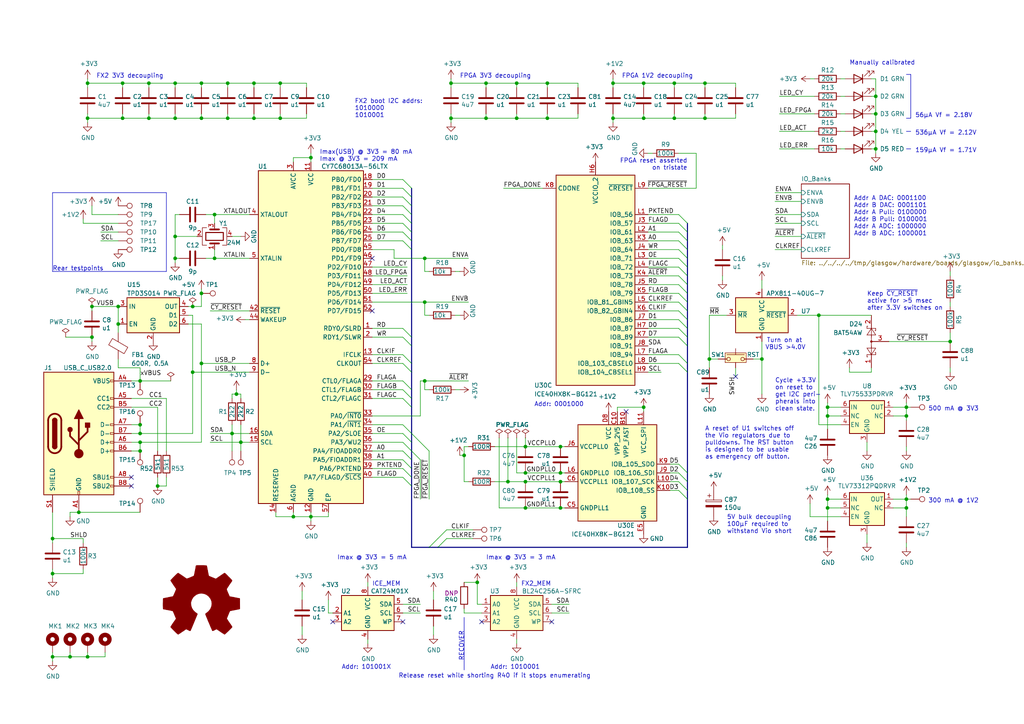
<source format=kicad_sch>
(kicad_sch (version 20230121) (generator eeschema)
  (paper "A4")
  (title_block (title "Base Board") (rev "C2") (company "whitequark research") (comment 1 "Glasgow Debug Tool"))
  (junction (at 123.19 74.93))
  (junction (at 40.64 130.81))
  (junction (at 58.42 105.41))
  (junction (at 262.89 118.11))
  (junction (at 152.4 139.7))
  (junction (at 73.66 34.29))
  (junction (at 25.4 24.13))
  (junction (at 58.42 85.09))
  (junction (at 275.59 99.06))
  (junction (at 123.19 110.49))
  (junction (at 195.58 24.13))
  (junction (at 123.19 87.63))
  (junction (at 240.03 147.32))
  (junction (at 204.47 34.29))
  (junction (at 149.86 34.29))
  (junction (at 204.47 24.13))
  (junction (at 205.74 104.14))
  (junction (at 186.69 24.13))
  (junction (at 67.31 125.73))
  (junction (at 25.4 34.29))
  (junction (at 240.03 118.11))
  (junction (at 81.28 34.29))
  (junction (at 162.56 147.32))
  (junction (at 55.88 88.9))
  (junction (at 26.67 88.9))
  (junction (at 85.09 149.86))
  (junction (at 254 38.1))
  (junction (at 90.17 149.86))
  (junction (at 130.81 34.29))
  (junction (at 35.56 24.13))
  (junction (at 177.8 34.29))
  (junction (at 15.24 190.5))
  (junction (at 162.56 137.16))
  (junction (at 55.88 107.95))
  (junction (at 195.58 34.29))
  (junction (at 15.24 156.21))
  (junction (at 26.67 97.79))
  (junction (at 40.64 128.27))
  (junction (at 262.89 120.65))
  (junction (at 73.66 24.13))
  (junction (at 62.23 74.93))
  (junction (at 40.64 125.73))
  (junction (at 66.04 24.13))
  (junction (at 158.75 34.29))
  (junction (at 50.8 74.93))
  (junction (at 240.03 120.65))
  (junction (at 62.23 62.23))
  (junction (at 162.56 129.54))
  (junction (at 254 27.94))
  (junction (at 68.58 114.3))
  (junction (at 237.49 91.44))
  (junction (at 25.4 190.5))
  (junction (at 186.69 34.29))
  (junction (at 262.89 147.32))
  (junction (at 50.8 68.58))
  (junction (at 50.8 24.13))
  (junction (at 58.42 34.29))
  (junction (at 43.18 34.29))
  (junction (at 134.62 132.08))
  (junction (at 254 33.02))
  (junction (at 35.56 34.29))
  (junction (at 152.4 137.16))
  (junction (at 130.81 24.13))
  (junction (at 152.4 129.54))
  (junction (at 254 43.18))
  (junction (at 149.86 24.13))
  (junction (at 186.69 118.11))
  (junction (at 45.72 140.97))
  (junction (at 20.32 190.5))
  (junction (at 220.98 104.14))
  (junction (at 262.89 144.78))
  (junction (at 34.29 93.98))
  (junction (at 69.85 128.27))
  (junction (at 162.56 139.7))
  (junction (at 138.43 168.91))
  (junction (at 81.28 24.13))
  (junction (at 15.24 166.37))
  (junction (at 34.29 88.9))
  (junction (at 140.97 34.29))
  (junction (at 43.18 24.13))
  (junction (at 147.32 139.7))
  (junction (at 177.8 24.13))
  (junction (at 90.17 45.72))
  (junction (at 240.03 144.78))
  (junction (at 22.86 148.59))
  (junction (at 152.4 147.32))
  (junction (at 50.8 34.29))
  (junction (at 140.97 24.13))
  (junction (at 158.75 24.13))
  (junction (at 40.64 110.49))
  (junction (at 58.42 24.13))
  (junction (at 66.04 34.29))
  (junction (at 40.64 123.19))
  (no_connect (at 116.84 180.34))
  (no_connect (at 160.02 180.34))
  (no_connect (at 96.52 180.34))
  (no_connect (at 139.7 180.34))
  (no_connect (at 213.36 109.22))
  (no_connect (at 181.61 119.38))
  (no_connect (at 107.95 90.17))
  (no_connect (at 38.1 140.97))
  (no_connect (at 107.95 74.93))
  (no_connect (at 38.1 138.43))
  (bus_entry (at 196.85 67.31) (size 2.54 2.54))
  (bus_entry (at 196.85 97.79) (size 2.54 2.54))
  (bus_entry (at 116.84 69.85) (size 2.54 2.54))
  (bus_entry (at 196.85 62.23) (size 2.54 2.54))
  (bus_entry (at 196.85 90.17) (size 2.54 2.54))
  (bus_entry (at 196.85 139.7) (size 2.54 2.54))
  (bus_entry (at 196.85 72.39) (size 2.54 2.54))
  (bus_entry (at 116.84 135.89) (size 2.54 2.54))
  (bus_entry (at 116.84 113.03) (size 2.54 2.54))
  (bus_entry (at 116.84 62.23) (size 2.54 2.54))
  (bus_entry (at 196.85 74.93) (size 2.54 2.54))
  (bus_entry (at 196.85 142.24) (size 2.54 2.54))
  (bus_entry (at 196.85 85.09) (size 2.54 2.54))
  (bus_entry (at 116.84 54.61) (size 2.54 2.54))
  (bus_entry (at 116.84 67.31) (size 2.54 2.54))
  (bus_entry (at 196.85 64.77) (size 2.54 2.54))
  (bus_entry (at 196.85 69.85) (size 2.54 2.54))
  (bus_entry (at 196.85 102.87) (size 2.54 2.54))
  (bus_entry (at 196.85 82.55) (size 2.54 2.54))
  (bus_entry (at 116.84 64.77) (size 2.54 2.54))
  (bus_entry (at 196.85 80.01) (size 2.54 2.54))
  (bus_entry (at 196.85 137.16) (size 2.54 2.54))
  (bus_entry (at 116.84 57.15) (size 2.54 2.54))
  (bus_entry (at 116.84 52.07) (size 2.54 2.54))
  (bus_entry (at 196.85 77.47) (size 2.54 2.54))
  (bus_entry (at 116.84 95.25) (size 2.54 2.54))
  (bus_entry (at 116.84 130.81) (size 2.54 2.54))
  (bus_entry (at 116.84 133.35) (size 2.54 2.54))
  (bus_entry (at 116.84 138.43) (size 2.54 2.54))
  (bus_entry (at 116.84 97.79) (size 2.54 2.54))
  (bus_entry (at 116.84 102.87) (size 2.54 2.54))
  (bus_entry (at 127 158.75) (size 2.54 -2.54))
  (bus_entry (at 196.85 87.63) (size 2.54 2.54))
  (bus_entry (at 196.85 92.71) (size 2.54 2.54))
  (bus_entry (at 116.84 59.69) (size 2.54 2.54))
  (bus_entry (at 124.46 158.75) (size 2.54 -2.54))
  (bus_entry (at 196.85 95.25) (size 2.54 2.54))
  (bus_entry (at 116.84 125.73) (size 2.54 2.54))
  (bus_entry (at 116.84 115.57) (size 2.54 2.54))
  (bus_entry (at 196.85 105.41) (size 2.54 2.54))
  (bus_entry (at 116.84 105.41) (size 2.54 2.54))
  (bus_entry (at 196.85 134.62) (size 2.54 2.54))
  (bus_entry (at 116.84 110.49) (size 2.54 2.54))
  (bus (pts (xy 199.39 107.95) (xy 199.39 137.16)))
  (wire (pts (xy 34.29 69.85) (xy 29.21 69.85)))
  (wire (pts (xy 144.78 127) (xy 144.78 147.32)))
  (wire (pts (xy 48.26 115.57) (xy 48.26 130.81)))
  (wire (pts (xy 194.31 134.62) (xy 196.85 134.62)))
  (wire (pts (xy 275.59 99.06) (xy 275.59 96.52)))
  (wire (pts (xy 157.48 54.61) (xy 146.05 54.61)))
  (wire (pts (xy 143.51 129.54) (xy 152.4 129.54)))
  (bus (pts (xy 119.38 64.77) (xy 119.38 67.31)))
  (wire (pts (xy 179.07 119.38) (xy 179.07 118.11)))
  (wire (pts (xy 25.4 190.5) (xy 25.4 189.23)))
  (wire (pts (xy 48.26 140.97) (xy 48.26 138.43)))
  (wire (pts (xy 194.31 139.7) (xy 196.85 139.7)))
  (wire (pts (xy 259.08 147.32) (xy 262.89 147.32)))
  (wire (pts (xy 134.62 168.91) (xy 138.43 168.91)))
  (bus (pts (xy 119.38 133.35) (xy 119.38 135.89)))
  (wire (pts (xy 144.78 147.32) (xy 152.4 147.32)))
  (wire (pts (xy 35.56 33.02) (xy 35.56 34.29)))
  (wire (pts (xy 40.64 123.19) (xy 40.64 125.73)))
  (wire (pts (xy 123.19 74.93) (xy 135.89 74.93)))
  (wire (pts (xy 34.29 96.52) (xy 34.29 93.98)))
  (wire (pts (xy 213.36 106.68) (xy 213.36 109.22)))
  (wire (pts (xy 50.8 62.23) (xy 52.07 62.23)))
  (bus (pts (xy 199.39 92.71) (xy 199.39 95.25)))
  (wire (pts (xy 118.11 80.01) (xy 107.95 80.01)))
  (wire (pts (xy 186.69 34.29) (xy 195.58 34.29)))
  (wire (pts (xy 121.92 120.65) (xy 121.92 110.49)))
  (wire (pts (xy 54.61 93.98) (xy 58.42 93.98)))
  (wire (pts (xy 138.43 168.91) (xy 138.43 175.26)))
  (wire (pts (xy 246.38 107.95) (xy 252.73 107.95)))
  (wire (pts (xy 107.95 59.69) (xy 116.84 59.69)))
  (bus (pts (xy 199.39 100.33) (xy 199.39 105.41)))
  (wire (pts (xy 240.03 118.11) (xy 240.03 120.65)))
  (wire (pts (xy 62.23 74.93) (xy 72.39 74.93)))
  (wire (pts (xy 252.73 43.18) (xy 254 43.18)))
  (wire (pts (xy 187.96 85.09) (xy 196.85 85.09)))
  (wire (pts (xy 187.96 87.63) (xy 196.85 87.63)))
  (wire (pts (xy 24.13 63.5) (xy 24.13 64.77)))
  (wire (pts (xy 134.62 139.7) (xy 135.89 139.7)))
  (bus (pts (xy 119.38 135.89) (xy 119.38 138.43)))
  (wire (pts (xy 107.95 72.39) (xy 114.3 72.39)))
  (bus (pts (xy 199.39 80.01) (xy 199.39 82.55)))
  (wire (pts (xy 67.31 68.58) (xy 69.85 68.58)))
  (wire (pts (xy 107.95 128.27) (xy 116.84 128.27)))
  (wire (pts (xy 187.96 72.39) (xy 196.85 72.39)))
  (wire (pts (xy 73.66 24.13) (xy 81.28 24.13)))
  (wire (pts (xy 121.92 133.35) (xy 121.92 144.78)))
  (wire (pts (xy 262.89 147.32) (xy 262.89 149.86)))
  (wire (pts (xy 130.81 34.29) (xy 140.97 34.29)))
  (bus (pts (xy 199.39 82.55) (xy 199.39 85.09)))
  (wire (pts (xy 262.89 143.51) (xy 262.89 144.78)))
  (wire (pts (xy 38.1 128.27) (xy 40.64 128.27)))
  (wire (pts (xy 187.96 80.01) (xy 196.85 80.01)))
  (wire (pts (xy 262.89 118.11) (xy 264.16 118.11)))
  (wire (pts (xy 88.9 34.29) (xy 81.28 34.29)))
  (wire (pts (xy 186.69 33.02) (xy 186.69 34.29)))
  (wire (pts (xy 152.4 129.54) (xy 162.56 129.54)))
  (wire (pts (xy 132.08 78.74) (xy 133.35 78.74)))
  (bus (pts (xy 199.39 142.24) (xy 199.39 144.78)))
  (wire (pts (xy 107.95 115.57) (xy 116.84 115.57)))
  (wire (pts (xy 149.86 34.29) (xy 158.75 34.29)))
  (wire (pts (xy 15.24 190.5) (xy 20.32 190.5)))
  (wire (pts (xy 62.23 72.39) (xy 62.23 74.93)))
  (bus (pts (xy 199.39 69.85) (xy 199.39 72.39)))
  (wire (pts (xy 209.55 72.39) (xy 209.55 71.12)))
  (wire (pts (xy 130.81 24.13) (xy 140.97 24.13)))
  (wire (pts (xy 81.28 24.13) (xy 81.28 25.4)))
  (wire (pts (xy 25.4 24.13) (xy 25.4 25.4)))
  (wire (pts (xy 167.64 25.4) (xy 167.64 24.13)))
  (wire (pts (xy 50.8 24.13) (xy 50.8 25.4)))
  (wire (pts (xy 226.06 38.1) (xy 236.22 38.1)))
  (wire (pts (xy 15.24 156.21) (xy 15.24 157.48)))
  (wire (pts (xy 67.31 114.3) (xy 68.58 114.3)))
  (wire (pts (xy 67.31 125.73) (xy 72.39 125.73)))
  (wire (pts (xy 195.58 25.4) (xy 195.58 24.13)))
  (wire (pts (xy 220.98 99.06) (xy 220.98 104.14)))
  (wire (pts (xy 257.81 99.06) (xy 275.59 99.06)))
  (wire (pts (xy 152.4 139.7) (xy 162.56 139.7)))
  (wire (pts (xy 107.95 120.65) (xy 121.92 120.65)))
  (wire (pts (xy 57.15 68.58) (xy 50.8 68.58)))
  (bus (pts (xy 119.38 138.43) (xy 119.38 140.97)))
  (wire (pts (xy 85.09 148.59) (xy 85.09 149.86)))
  (wire (pts (xy 26.67 59.69) (xy 26.67 62.23)))
  (wire (pts (xy 234.95 146.05) (xy 234.95 149.86)))
  (wire (pts (xy 50.8 33.02) (xy 50.8 34.29)))
  (bus (pts (xy 199.39 87.63) (xy 199.39 90.17)))
  (wire (pts (xy 213.36 34.29) (xy 204.47 34.29)))
  (wire (pts (xy 195.58 24.13) (xy 204.47 24.13)))
  (bus (pts (xy 119.38 118.11) (xy 119.38 128.27)))
  (wire (pts (xy 24.13 165.1) (xy 24.13 166.37)))
  (bus (pts (xy 119.38 54.61) (xy 119.38 57.15)))
  (bus (pts (xy 199.39 72.39) (xy 199.39 74.93)))
  (wire (pts (xy 130.81 22.86) (xy 130.81 24.13)))
  (wire (pts (xy 35.56 25.4) (xy 35.56 24.13)))
  (wire (pts (xy 124.46 91.44) (xy 123.19 91.44)))
  (wire (pts (xy 95.25 173.99) (xy 95.25 177.8)))
  (wire (pts (xy 66.04 33.02) (xy 66.04 34.29)))
  (wire (pts (xy 107.95 57.15) (xy 116.84 57.15)))
  (wire (pts (xy 114.3 72.39) (xy 114.3 74.93)))
  (wire (pts (xy 252.73 33.02) (xy 254 33.02)))
  (wire (pts (xy 106.68 185.42) (xy 106.68 186.69)))
  (wire (pts (xy 107.95 54.61) (xy 116.84 54.61)))
  (bus (pts (xy 119.38 59.69) (xy 119.38 62.23)))
  (wire (pts (xy 15.24 156.21) (xy 24.13 156.21)))
  (wire (pts (xy 177.8 22.86) (xy 177.8 24.13)))
  (wire (pts (xy 69.85 128.27) (xy 72.39 128.27)))
  (wire (pts (xy 38.1 125.73) (xy 40.64 125.73)))
  (wire (pts (xy 50.8 62.23) (xy 50.8 68.58)))
  (wire (pts (xy 90.17 149.86) (xy 90.17 151.13)))
  (wire (pts (xy 187.96 102.87) (xy 196.85 102.87)))
  (wire (pts (xy 107.95 113.03) (xy 116.84 113.03)))
  (wire (pts (xy 54.61 91.44) (xy 55.88 91.44)))
  (bus (pts (xy 124.46 158.75) (xy 127 158.75)))
  (wire (pts (xy 38.1 110.49) (xy 40.64 110.49)))
  (wire (pts (xy 177.8 34.29) (xy 177.8 35.56)))
  (wire (pts (xy 243.84 22.86) (xy 245.11 22.86)))
  (wire (pts (xy 162.56 129.54) (xy 163.83 129.54)))
  (wire (pts (xy 68.58 114.3) (xy 69.85 114.3)))
  (wire (pts (xy 40.64 125.73) (xy 55.88 125.73)))
  (wire (pts (xy 34.29 93.98) (xy 34.29 88.9)))
  (wire (pts (xy 177.8 33.02) (xy 177.8 34.29)))
  (bus (pts (xy 199.39 139.7) (xy 199.39 142.24)))
  (wire (pts (xy 15.24 165.1) (xy 15.24 166.37)))
  (wire (pts (xy 50.8 34.29) (xy 58.42 34.29)))
  (wire (pts (xy 140.97 34.29) (xy 149.86 34.29)))
  (wire (pts (xy 107.95 69.85) (xy 116.84 69.85)))
  (wire (pts (xy 224.79 62.23) (xy 232.41 62.23)))
  (wire (pts (xy 62.23 62.23) (xy 62.23 64.77)))
  (bus (pts (xy 119.38 113.03) (xy 119.38 115.57)))
  (wire (pts (xy 69.85 130.81) (xy 69.85 128.27)))
  (wire (pts (xy 186.69 25.4) (xy 186.69 24.13)))
  (wire (pts (xy 132.08 113.03) (xy 133.35 113.03)))
  (wire (pts (xy 187.96 67.31) (xy 196.85 67.31)))
  (bus (pts (xy 199.39 144.78) (xy 199.39 158.75)))
  (wire (pts (xy 50.8 68.58) (xy 50.8 74.93)))
  (wire (pts (xy 107.95 102.87) (xy 116.84 102.87)))
  (wire (pts (xy 275.59 87.63) (xy 275.59 88.9)))
  (wire (pts (xy 107.95 64.77) (xy 116.84 64.77)))
  (wire (pts (xy 208.28 104.14) (xy 205.74 104.14)))
  (wire (pts (xy 58.42 83.82) (xy 58.42 85.09)))
  (wire (pts (xy 240.03 143.51) (xy 240.03 144.78)))
  (wire (pts (xy 25.4 190.5) (xy 30.48 190.5)))
  (wire (pts (xy 88.9 24.13) (xy 81.28 24.13)))
  (wire (pts (xy 187.96 97.79) (xy 196.85 97.79)))
  (wire (pts (xy 43.18 24.13) (xy 50.8 24.13)))
  (wire (pts (xy 201.93 44.45) (xy 201.93 54.61)))
  (wire (pts (xy 237.49 91.44) (xy 237.49 123.19)))
  (wire (pts (xy 30.48 190.5) (xy 30.48 189.23)))
  (wire (pts (xy 226.06 43.18) (xy 236.22 43.18)))
  (wire (pts (xy 127 156.21) (xy 129.54 153.67)))
  (bus (pts (xy 199.39 97.79) (xy 199.39 100.33)))
  (wire (pts (xy 80.01 149.86) (xy 85.09 149.86)))
  (wire (pts (xy 275.59 78.74) (xy 275.59 80.01)))
  (wire (pts (xy 118.11 85.09) (xy 107.95 85.09)))
  (wire (pts (xy 38.1 115.57) (xy 48.26 115.57)))
  (wire (pts (xy 49.53 110.49) (xy 40.64 110.49)))
  (wire (pts (xy 25.4 34.29) (xy 25.4 33.02)))
  (bus (pts (xy 127 158.75) (xy 199.39 158.75)))
  (wire (pts (xy 275.59 107.95) (xy 275.59 106.68)))
  (wire (pts (xy 107.95 77.47) (xy 118.11 77.47)))
  (bus (pts (xy 199.39 137.16) (xy 199.39 139.7)))
  (wire (pts (xy 15.24 166.37) (xy 15.24 167.64)))
  (wire (pts (xy 204.47 24.13) (xy 204.47 25.4)))
  (wire (pts (xy 15.24 148.59) (xy 15.24 156.21)))
  (wire (pts (xy 107.95 82.55) (xy 118.11 82.55)))
  (wire (pts (xy 254 33.02) (xy 254 38.1)))
  (wire (pts (xy 135.89 129.54) (xy 134.62 129.54)))
  (wire (pts (xy 107.95 110.49) (xy 116.84 110.49)))
  (wire (pts (xy 107.95 125.73) (xy 116.84 125.73)))
  (wire (pts (xy 59.69 62.23) (xy 62.23 62.23)))
  (wire (pts (xy 224.79 64.77) (xy 232.41 64.77)))
  (wire (pts (xy 107.95 62.23) (xy 116.84 62.23)))
  (polyline (pts (xy 264.16 21.59) (xy 264.16 34.29)))
  (polyline (pts (xy 264.16 34.29) (xy 262.89 34.29)))
  (wire (pts (xy 152.4 147.32) (xy 162.56 147.32)))
  (wire (pts (xy 140.97 24.13) (xy 149.86 24.13)))
  (wire (pts (xy 66.04 24.13) (xy 73.66 24.13)))
  (wire (pts (xy 177.8 24.13) (xy 177.8 25.4)))
  (wire (pts (xy 243.84 144.78) (xy 240.03 144.78)))
  (wire (pts (xy 234.95 22.86) (xy 236.22 22.86)))
  (wire (pts (xy 262.89 144.78) (xy 262.89 147.32)))
  (wire (pts (xy 147.32 139.7) (xy 152.4 139.7)))
  (wire (pts (xy 81.28 34.29) (xy 81.28 33.02)))
  (wire (pts (xy 26.67 62.23) (xy 34.29 62.23)))
  (wire (pts (xy 259.08 118.11) (xy 262.89 118.11)))
  (wire (pts (xy 245.11 27.94) (xy 243.84 27.94)))
  (wire (pts (xy 69.85 123.19) (xy 69.85 128.27)))
  (wire (pts (xy 158.75 24.13) (xy 167.64 24.13)))
  (wire (pts (xy 40.64 128.27) (xy 58.42 128.27)))
  (wire (pts (xy 262.89 118.11) (xy 262.89 120.65)))
  (wire (pts (xy 224.79 58.42) (xy 232.41 58.42)))
  (bus (pts (xy 119.38 158.75) (xy 124.46 158.75)))
  (wire (pts (xy 254 38.1) (xy 252.73 38.1)))
  (wire (pts (xy 25.4 22.86) (xy 25.4 24.13)))
  (wire (pts (xy 130.81 35.56) (xy 130.81 34.29)))
  (wire (pts (xy 140.97 33.02) (xy 140.97 34.29)))
  (wire (pts (xy 34.29 106.68) (xy 40.64 106.68)))
  (bus (pts (xy 119.38 97.79) (xy 119.38 100.33)))
  (wire (pts (xy 85.09 149.86) (xy 90.17 149.86)))
  (wire (pts (xy 34.29 67.31) (xy 29.21 67.31)))
  (wire (pts (xy 58.42 33.02) (xy 58.42 34.29)))
  (wire (pts (xy 149.86 25.4) (xy 149.86 24.13)))
  (wire (pts (xy 15.24 189.23) (xy 15.24 190.5)))
  (wire (pts (xy 143.51 139.7) (xy 147.32 139.7)))
  (wire (pts (xy 26.67 88.9) (xy 26.67 90.17)))
  (wire (pts (xy 125.73 171.45) (xy 125.73 173.99)))
  (wire (pts (xy 59.69 74.93) (xy 62.23 74.93)))
  (wire (pts (xy 26.67 88.9) (xy 34.29 88.9)))
  (wire (pts (xy 130.81 25.4) (xy 130.81 24.13)))
  (wire (pts (xy 139.7 177.8) (xy 134.62 177.8)))
  (wire (pts (xy 121.92 177.8) (xy 116.84 177.8)))
  (wire (pts (xy 114.3 74.93) (xy 123.19 74.93)))
  (wire (pts (xy 55.88 107.95) (xy 55.88 125.73)))
  (wire (pts (xy 251.46 154.94) (xy 251.46 157.48)))
  (wire (pts (xy 140.97 25.4) (xy 140.97 24.13)))
  (wire (pts (xy 149.86 24.13) (xy 158.75 24.13)))
  (wire (pts (xy 134.62 129.54) (xy 134.62 132.08)))
  (wire (pts (xy 226.06 33.02) (xy 236.22 33.02)))
  (wire (pts (xy 134.62 132.08) (xy 134.62 139.7)))
  (wire (pts (xy 123.19 113.03) (xy 124.46 113.03)))
  (wire (pts (xy 22.86 148.59) (xy 20.32 148.59)))
  (wire (pts (xy 195.58 33.02) (xy 195.58 34.29)))
  (wire (pts (xy 85.09 45.72) (xy 90.17 45.72)))
  (wire (pts (xy 45.72 118.11) (xy 45.72 130.81)))
  (wire (pts (xy 259.08 144.78) (xy 262.89 144.78)))
  (wire (pts (xy 107.95 97.79) (xy 116.84 97.79)))
  (wire (pts (xy 73.66 34.29) (xy 81.28 34.29)))
  (bus (pts (xy 119.38 100.33) (xy 119.38 105.41)))
  (wire (pts (xy 107.95 135.89) (xy 116.84 135.89)))
  (wire (pts (xy 45.72 140.97) (xy 48.26 140.97)))
  (wire (pts (xy 58.42 105.41) (xy 72.39 105.41)))
  (wire (pts (xy 85.09 46.99) (xy 85.09 45.72)))
  (wire (pts (xy 240.03 118.11) (xy 243.84 118.11)))
  (wire (pts (xy 147.32 127) (xy 147.32 139.7)))
  (polyline (pts (xy 262.89 21.59) (xy 264.16 21.59)))
  (wire (pts (xy 252.73 107.95) (xy 252.73 106.68)))
  (bus (pts (xy 119.38 72.39) (xy 119.38 97.79)))
  (wire (pts (xy 95.25 177.8) (xy 96.52 177.8)))
  (bus (pts (xy 119.38 128.27) (xy 119.38 133.35)))
  (wire (pts (xy 165.1 177.8) (xy 160.02 177.8)))
  (wire (pts (xy 152.4 127) (xy 152.4 129.54)))
  (wire (pts (xy 123.19 78.74) (xy 124.46 78.74)))
  (wire (pts (xy 107.95 133.35) (xy 116.84 133.35)))
  (wire (pts (xy 124.46 130.81) (xy 124.46 144.78)))
  (wire (pts (xy 38.1 118.11) (xy 45.72 118.11)))
  (wire (pts (xy 187.96 69.85) (xy 196.85 69.85)))
  (wire (pts (xy 95.25 149.86) (xy 95.25 148.59)))
  (wire (pts (xy 196.85 44.45) (xy 201.93 44.45)))
  (bus (pts (xy 119.38 105.41) (xy 119.38 107.95)))
  (wire (pts (xy 58.42 85.09) (xy 58.42 88.9)))
  (wire (pts (xy 43.18 33.02) (xy 43.18 34.29)))
  (wire (pts (xy 236.22 27.94) (xy 226.06 27.94)))
  (wire (pts (xy 67.31 115.57) (xy 67.31 114.3)))
  (wire (pts (xy 107.95 67.31) (xy 116.84 67.31)))
  (wire (pts (xy 55.88 88.9) (xy 58.42 88.9)))
  (wire (pts (xy 58.42 93.98) (xy 58.42 105.41)))
  (wire (pts (xy 123.19 78.74) (xy 123.19 74.93)))
  (wire (pts (xy 121.92 110.49) (xy 123.19 110.49)))
  (wire (pts (xy 43.18 34.29) (xy 50.8 34.29)))
  (bus (pts (xy 199.39 74.93) (xy 199.39 77.47)))
  (wire (pts (xy 158.75 25.4) (xy 158.75 24.13)))
  (wire (pts (xy 68.58 113.03) (xy 68.58 114.3)))
  (wire (pts (xy 58.42 128.27) (xy 58.42 105.41)))
  (bus (pts (xy 119.38 57.15) (xy 119.38 59.69)))
  (wire (pts (xy 252.73 91.44) (xy 237.49 91.44)))
  (wire (pts (xy 107.95 138.43) (xy 116.84 138.43)))
  (wire (pts (xy 195.58 34.29) (xy 204.47 34.29)))
  (polyline (pts (xy 262.89 38.1) (xy 264.16 38.1)))
  (wire (pts (xy 58.42 24.13) (xy 66.04 24.13)))
  (wire (pts (xy 152.4 137.16) (xy 162.56 137.16)))
  (wire (pts (xy 187.96 92.71) (xy 196.85 92.71)))
  (wire (pts (xy 231.14 91.44) (xy 237.49 91.44)))
  (wire (pts (xy 71.12 92.71) (xy 72.39 92.71)))
  (wire (pts (xy 123.19 87.63) (xy 135.89 87.63)))
  (bus (pts (xy 119.38 115.57) (xy 119.38 118.11)))
  (polyline (pts (xy 15.24 78.74) (xy 15.24 55.88)))
  (wire (pts (xy 186.69 24.13) (xy 195.58 24.13)))
  (wire (pts (xy 187.96 44.45) (xy 189.23 44.45)))
  (wire (pts (xy 62.23 62.23) (xy 72.39 62.23)))
  (bus (pts (xy 199.39 64.77) (xy 199.39 67.31)))
  (wire (pts (xy 35.56 34.29) (xy 43.18 34.29)))
  (wire (pts (xy 90.17 44.45) (xy 90.17 45.72)))
  (wire (pts (xy 40.64 148.59) (xy 22.86 148.59)))
  (wire (pts (xy 19.05 97.79) (xy 26.67 97.79)))
  (wire (pts (xy 224.79 55.88) (xy 232.41 55.88)))
  (polyline (pts (xy 48.26 78.74) (xy 15.24 78.74)))
  (wire (pts (xy 262.89 120.65) (xy 262.89 121.92)))
  (wire (pts (xy 123.19 110.49) (xy 123.19 113.03)))
  (bus (pts (xy 199.39 90.17) (xy 199.39 92.71)))
  (bus (pts (xy 119.38 67.31) (xy 119.38 69.85)))
  (wire (pts (xy 35.56 24.13) (xy 43.18 24.13)))
  (wire (pts (xy 162.56 139.7) (xy 163.83 139.7)))
  (wire (pts (xy 209.55 81.28) (xy 209.55 80.01)))
  (wire (pts (xy 20.32 190.5) (xy 20.32 189.23)))
  (bus (pts (xy 199.39 95.25) (xy 199.39 97.79)))
  (wire (pts (xy 24.13 156.21) (xy 24.13 157.48)))
  (wire (pts (xy 35.56 34.29) (xy 25.4 34.29)))
  (wire (pts (xy 69.85 114.3) (xy 69.85 115.57)))
  (wire (pts (xy 186.69 118.11) (xy 186.69 119.38)))
  (wire (pts (xy 87.63 181.61) (xy 87.63 184.15)))
  (wire (pts (xy 187.96 62.23) (xy 196.85 62.23)))
  (wire (pts (xy 130.81 33.02) (xy 130.81 34.29)))
  (wire (pts (xy 205.74 104.14) (xy 205.74 106.68)))
  (wire (pts (xy 73.66 24.13) (xy 73.66 25.4)))
  (wire (pts (xy 107.95 95.25) (xy 116.84 95.25)))
  (wire (pts (xy 149.86 127) (xy 149.86 137.16)))
  (wire (pts (xy 35.56 24.13) (xy 25.4 24.13)))
  (wire (pts (xy 50.8 76.2) (xy 50.8 74.93)))
  (wire (pts (xy 240.03 147.32) (xy 240.03 151.13)))
  (wire (pts (xy 218.44 104.14) (xy 220.98 104.14)))
  (wire (pts (xy 60.96 90.17) (xy 72.39 90.17)))
  (wire (pts (xy 213.36 24.13) (xy 213.36 25.4)))
  (wire (pts (xy 254 43.18) (xy 254 44.45)))
  (wire (pts (xy 254 27.94) (xy 254 33.02)))
  (wire (pts (xy 66.04 24.13) (xy 66.04 25.4)))
  (wire (pts (xy 129.54 153.67) (xy 137.16 153.67)))
  (wire (pts (xy 187.96 77.47) (xy 196.85 77.47)))
  (wire (pts (xy 88.9 25.4) (xy 88.9 24.13)))
  (wire (pts (xy 194.31 142.24) (xy 196.85 142.24)))
  (wire (pts (xy 149.86 185.42) (xy 149.86 186.69)))
  (wire (pts (xy 149.86 168.91) (xy 149.86 170.18)))
  (wire (pts (xy 158.75 34.29) (xy 167.64 34.29)))
  (wire (pts (xy 90.17 45.72) (xy 90.17 46.99)))
  (polyline (pts (xy 262.89 43.18) (xy 264.16 43.18)))
  (wire (pts (xy 40.64 106.68) (xy 40.64 110.49)))
  (wire (pts (xy 15.24 166.37) (xy 24.13 166.37)))
  (wire (pts (xy 58.42 24.13) (xy 58.42 25.4)))
  (polyline (pts (xy 48.26 55.88) (xy 48.26 78.74)))
  (bus (pts (xy 199.39 77.47) (xy 199.39 80.01)))
  (wire (pts (xy 246.38 106.68) (xy 246.38 107.95)))
  (wire (pts (xy 107.95 123.19) (xy 116.84 123.19)))
  (wire (pts (xy 254 38.1) (xy 254 43.18)))
  (wire (pts (xy 220.98 83.82) (xy 220.98 81.28)))
  (wire (pts (xy 58.42 34.29) (xy 66.04 34.29)))
  (wire (pts (xy 90.17 148.59) (xy 90.17 149.86)))
  (wire (pts (xy 106.68 168.91) (xy 106.68 170.18)))
  (bus (pts (xy 199.39 67.31) (xy 199.39 69.85)))
  (wire (pts (xy 55.88 91.44) (xy 55.88 107.95)))
  (bus (pts (xy 199.39 85.09) (xy 199.39 87.63)))
  (wire (pts (xy 54.61 88.9) (xy 55.88 88.9)))
  (wire (pts (xy 133.35 132.08) (xy 134.62 132.08)))
  (wire (pts (xy 45.72 138.43) (xy 45.72 140.97)))
  (wire (pts (xy 38.1 130.81) (xy 40.64 130.81)))
  (wire (pts (xy 245.11 33.02) (xy 243.84 33.02)))
  (wire (pts (xy 262.89 116.84) (xy 262.89 118.11)))
  (wire (pts (xy 40.64 130.81) (xy 40.64 128.27)))
  (wire (pts (xy 162.56 147.32) (xy 163.83 147.32)))
  (wire (pts (xy 87.63 171.45) (xy 87.63 173.99)))
  (wire (pts (xy 224.79 72.39) (xy 232.41 72.39)))
  (wire (pts (xy 73.66 33.02) (xy 73.66 34.29)))
  (wire (pts (xy 90.17 149.86) (xy 95.25 149.86)))
  (wire (pts (xy 234.95 149.86) (xy 243.84 149.86)))
  (wire (pts (xy 137.16 156.21) (xy 129.54 156.21)))
  (bus (pts (xy 119.38 107.95) (xy 119.38 113.03)))
  (wire (pts (xy 107.95 87.63) (xy 123.19 87.63)))
  (wire (pts (xy 187.96 82.55) (xy 196.85 82.55)))
  (wire (pts (xy 149.86 137.16) (xy 152.4 137.16)))
  (wire (pts (xy 88.9 33.02) (xy 88.9 34.29)))
  (wire (pts (xy 177.8 24.13) (xy 186.69 24.13)))
  (wire (pts (xy 187.96 107.95) (xy 191.77 107.95)))
  (wire (pts (xy 194.31 137.16) (xy 196.85 137.16)))
  (wire (pts (xy 243.84 147.32) (xy 240.03 147.32)))
  (wire (pts (xy 116.84 105.41) (xy 107.95 105.41)))
  (wire (pts (xy 66.04 34.29) (xy 73.66 34.29)))
  (wire (pts (xy 245.11 43.18) (xy 243.84 43.18)))
  (bus (pts (xy 119.38 69.85) (xy 119.38 72.39)))
  (wire (pts (xy 254 22.86) (xy 252.73 22.86)))
  (wire (pts (xy 116.84 128.27) (xy 121.92 133.35)))
  (wire (pts (xy 116.84 123.19) (xy 124.46 130.81)))
  (wire (pts (xy 15.24 190.5) (xy 15.24 191.77)))
  (wire (pts (xy 158.75 33.02) (xy 158.75 34.29)))
  (wire (pts (xy 240.03 116.84) (xy 240.03 118.11)))
  (wire (pts (xy 107.95 130.81) (xy 116.84 130.81)))
  (wire (pts (xy 245.11 38.1) (xy 243.84 38.1)))
  (wire (pts (xy 259.08 120.65) (xy 262.89 120.65)))
  (wire (pts (xy 67.31 123.19) (xy 67.31 125.73)))
  (wire (pts (xy 210.82 91.44) (xy 205.74 91.44)))
  (wire (pts (xy 149.86 33.02) (xy 149.86 34.29)))
  (wire (pts (xy 123.19 110.49) (xy 135.89 110.49)))
  (wire (pts (xy 24.13 64.77) (xy 34.29 64.77)))
  (wire (pts (xy 50.8 24.13) (xy 58.42 24.13)))
  (wire (pts (xy 213.36 24.13) (xy 204.47 24.13)))
  (wire (pts (xy 139.7 175.26) (xy 138.43 175.26)))
  (wire (pts (xy 187.96 64.77) (xy 196.85 64.77)))
  (wire (pts (xy 187.96 95.25) (xy 196.85 95.25)))
  (wire (pts (xy 34.29 104.14) (xy 34.29 106.68)))
  (wire (pts (xy 134.62 176.53) (xy 134.62 177.8)))
  (wire (pts (xy 187.96 90.17) (xy 196.85 90.17)))
  (wire (pts (xy 187.96 74.93) (xy 196.85 74.93)))
  (wire (pts (xy 20.32 148.59) (xy 20.32 149.86)))
  (wire (pts (xy 177.8 34.29) (xy 186.69 34.29)))
  (wire (pts (xy 205.74 91.44) (xy 205.74 104.14)))
  (wire (pts (xy 25.4 35.56) (xy 25.4 34.29)))
  (wire (pts (xy 237.49 123.19) (xy 243.84 123.19)))
  (wire (pts (xy 251.46 128.27) (xy 251.46 130.81)))
  (wire (pts (xy 240.03 144.78) (xy 240.03 147.32)))
  (wire (pts (xy 187.96 105.41) (xy 196.85 105.41)))
  (wire (pts (xy 262.89 129.54) (xy 262.89 130.81)))
  (wire (pts (xy 187.96 54.61) (xy 201.93 54.61)))
  (polyline (pts (xy 15.24 55.88) (xy 48.26 55.88)))
  (wire (pts (xy 38.1 123.19) (xy 40.64 123.19)))
  (wire (pts (xy 26.67 97.79) (xy 26.67 99.06)))
  (wire (pts (xy 43.18 24.13) (xy 43.18 25.4)))
  (wire (pts (xy 204.47 34.29) (xy 204.47 33.02)))
  (wire (pts (xy 243.84 120.65) (xy 240.03 120.65)))
  (wire (pts (xy 240.03 120.65) (xy 240.03 124.46)))
  (wire (pts (xy 167.64 33.02) (xy 167.64 34.29)))
  (wire (pts (xy 254 22.86) (xy 254 27.94)))
  (wire (pts (xy 107.95 52.07) (xy 116.84 52.07)))
  (wire (pts (xy 80.01 148.59) (xy 80.01 149.86)))
  (wire (pts (xy 60.96 128.27) (xy 69.85 128.27)))
  (wire (pts (xy 224.79 68.58) (xy 232.41 68.58)))
  (wire (pts (xy 132.08 91.44) (xy 133.35 91.44)))
  (wire (pts (xy 125.73 181.61) (xy 125.73 184.15)))
  (wire (pts (xy 121.92 175.26) (xy 116.84 175.26)))
  (wire (pts (xy 162.56 137.16) (xy 163.83 137.16)))
  (wire (pts (xy 60.96 125.73) (xy 67.31 125.73)))
  (wire (pts (xy 179.07 118.11) (xy 186.69 118.11)))
  (bus (pts (xy 119.38 140.97) (xy 119.38 158.75)))
  (wire (pts (xy 67.31 125.73) (xy 67.31 130.81)))
  (wire (pts (xy 52.07 74.93) (xy 50.8 74.93)))
  (wire (pts (xy 220.98 104.14) (xy 220.98 114.3)))
  (polyline (pts (xy 134.62 179.07) (xy 134.62 194.31)))
  (wire (pts (xy 252.73 27.94) (xy 254 27.94)))
  (wire (pts (xy 123.19 91.44) (xy 123.19 87.63)))
  (wire (pts (xy 20.32 190.5) (xy 25.4 190.5)))
  (wire (pts (xy 55.88 107.95) (xy 72.39 107.95)))
  (wire (pts (xy 262.89 144.78) (xy 264.16 144.78)))
  (bus (pts (xy 199.39 105.41) (xy 199.39 107.95)))
  (wire (pts (xy 262.89 157.48) (xy 262.89 158.75)))
  (wire (pts (xy 165.1 175.26) (xy 160.02 175.26)))
  (wire (pts (xy 213.36 33.02) (xy 213.36 34.29)))
  (bus (pts (xy 119.38 62.23) (xy 119.38 64.77)))
  (text "Turn on at \nVBUS >4.0V" (at 233.68 101.6 0) (effects (font (size 1.27 1.27)) (justify right bottom)))
  (text "FX2 boot I2C addrs:\n1010000\n1010001" (at 102.87 34.29 0) (effects (font (size 1.27 1.27)) (justify left bottom)))
  (text "Keep ~{CY_RESET} \nactive for >5 msec\nafter 3.3V switches on\n" (at 251.46 90.17 0) (effects (font (size 1.27 1.27)) (justify left bottom)))
  (text "Rear testpoints" (at 15.24 78.74 0) (effects (font (size 1.27 1.27)) (justify left bottom)))
  (text "300 mA @ 1V2\n" (at 269.24 146.05 0) (effects (font (size 1.27 1.27)) (justify left bottom)))
  (text "FPGA 1V2 decoupling" (at 180.34 22.86 0) (effects (font (size 1.27 1.27)) (justify left bottom)))
  (text "Imax @ 3V3 = 5 mA" (at 97.79 162.56 0) (effects (font (size 1.27 1.27)) (justify left bottom)))
  (text "56µA Vf = 2.18V" (at 265.43 34.29 0) (effects (font (size 1.27 1.27)) (justify left bottom)))
  (text "Addr: 0001000" (at 154.94 118.11 0) (effects (font (size 1.27 1.27)) (justify left bottom)))
  (text "Imax(USB) @ 3V3 = 80 mA\nImax @ 3V3 = 209 mA" (at 92.71 46.99 0) (effects (font (size 1.27 1.27)) (justify left bottom)))
  (text "ICE_MEM" (at 107.95 170.18 0) (effects (font (size 1.27 1.27)) (justify left bottom)))
  (text "159µA Vf = 1.71V" (at 265.43 44.45 0) (effects (font (size 1.27 1.27)) (justify left bottom)))
  (text "Manually calibrated" (at 246.38 19.05 0) (effects (font (size 1.27 1.27)) (justify left bottom)))
  (text "Imax @ 3V3 = 3 mA" (at 140.97 162.56 0) (effects (font (size 1.27 1.27)) (justify left bottom)))
  (text "FX2 3V3 decoupling" (at 27.94 22.86 0) (effects (font (size 1.27 1.27)) (justify left bottom)))
  (text "Addr: 1010001" (at 142.24 194.31 0) (effects (font (size 1.27 1.27)) (justify left bottom)))
  (text "FPGA reset asserted\non tristate" (at 199.39 49.53 0) (effects (font (size 1.27 1.27)) (justify right bottom)))
  (text "FX2_MEM" (at 151.13 170.18 0) (effects (font (size 1.27 1.27)) (justify left bottom)))
  (text "Addr: 101001X" (at 99.06 194.31 0) (effects (font (size 1.27 1.27)) (justify left bottom)))
  (text "500 mA @ 3V3" (at 269.24 119.38 0) (effects (font (size 1.27 1.27)) (justify left bottom)))
  (text "Release reset while shorting R40 if it stops enumerating" (at 115.57 196.85 0) (effects (font (size 1.27 1.27)) (justify left bottom)))
  (text "5V bulk decoupling\n100µF required to\nwithstand Vio short" (at 210.82 154.94 0) (effects (font (size 1.27 1.27)) (justify left bottom)))
  (text "FPGA 3V3 decoupling" (at 133.35 22.86 0) (effects (font (size 1.27 1.27)) (justify left bottom)))
  (text "RECOVER" (at 134.62 191.77 90) (effects (font (size 1.27 1.27)) (justify left bottom)))
  (text "Cycle +3.3V\non reset to \nget I2C peri-\npherals into \nclean state." (at 224.79 119.38 0) (effects (font (size 1.27 1.27)) (justify left bottom)))
  (text "536µA Vf = 2.12V" (at 265.43 39.37 0) (effects (font (size 1.27 1.27)) (justify left bottom)))
  (text "Addr A DAC: 0001100\nAddr B DAC: 0001101\nAddr A Pull: 0100000\nAddr B Pull: 0100001\nAddr A ADC: 1000000\nAddr B ADC: 1000001" (at 247.65 68.58 0) (effects (font (size 1.27 1.27)) (justify left bottom)))
  (text "A reset of U1 switches off \nthe Vio regulators due to \npulldowns. The RST button\nis designed to be usable \nas emergency off button." (at 204.47 133.35 0) (effects (font (size 1.27 1.27)) (justify left bottom)))
  (label "SHLD" (at 20.32 156.21 0))
  (label "FLAGD" (at 187.96 64.77 0))
  (label "LED_CY" (at 118.11 77.47 180))
  (label "FPGA_DONE" (at 146.05 54.61 0))
  (label "~{ALERT}" (at 187.96 80.01 0))
  (label "SCL" (at 121.92 177.8 180))
  (label "LED_ERR" (at 226.06 43.18 0))
  (label "VCCPLL0" (at 161.29 129.54 180))
  (label "FLAGD" (at 109.22 138.43 0))
  (label "FLAGA" (at 187.96 102.87 0))
  (label "SCL" (at 29.21 69.85 0))
  (label "PKTEND" (at 109.22 135.89 0))
  (label "OE" (at 187.96 74.93 0))
  (label "SDA" (at 121.92 175.26 180))
  (label "WR" (at 109.22 97.79 0))
  (label "D6" (at 187.96 105.41 0))
  (label "D7" (at 187.96 97.79 0))
  (label "~{CY_RESET}" (at 269.24 99.06 180))
  (label "CLKIF" (at 130.81 153.67 0))
  (label "D4" (at 196.85 139.7 180))
  (label "SCL" (at 165.1 177.8 180))
  (label "OE" (at 109.22 125.73 0))
  (label "~{CY_RESET}" (at 60.96 90.17 0))
  (label "RD" (at 187.96 82.55 0))
  (label "A0" (at 187.96 69.85 0))
  (label "WR" (at 187.96 72.39 0))
  (label "~{FPGA_RESET}" (at 124.46 144.78 90))
  (label "D6" (at 109.22 67.31 0))
  (label "XTALIN" (at 64.77 74.93 0))
  (label "USB_P" (at 62.23 105.41 0))
  (label "ENVA" (at 224.79 55.88 0))
  (label "~{ALERT}" (at 135.89 110.49 180))
  (label "D1" (at 109.22 54.61 0))
  (label "SDA" (at 165.1 175.26 180))
  (label "D3" (at 109.22 59.69 0))
  (label "CLKIF" (at 187.96 90.17 0))
  (label "RD" (at 109.22 95.25 0))
  (label "ENVB" (at 135.89 87.63 180))
  (label "ENVB" (at 224.79 58.42 0))
  (label "FPGA_DONE" (at 121.92 144.78 90))
  (label "VUSB" (at 27.94 88.9 0))
  (label "xVBUS" (at 40.64 109.22 0))
  (label "CLKREF" (at 130.81 156.21 0))
  (label "D5" (at 109.22 64.77 0))
  (label "~{FPGA_RESET}" (at 199.39 54.61 180))
  (label "SDA" (at 224.79 62.23 0))
  (label "XTALOUT" (at 64.77 62.23 0))
  (label "SDA" (at 187.96 100.33 0))
  (label "VCCPLL1" (at 161.29 139.7 180))
  (label "~{MR}" (at 205.74 91.44 0))
  (label "LED_FPGA" (at 226.06 33.02 0))
  (label "SCL" (at 224.79 64.77 0))
  (label "SDA" (at 60.96 125.73 0))
  (label "CLKIF" (at 109.22 102.87 0))
  (label "D2" (at 196.85 137.16 180))
  (label "SCL" (at 191.77 107.95 180))
  (label "LED_ACT" (at 118.11 82.55 180))
  (label "LED_CY" (at 226.06 27.94 0))
  (label "D4" (at 109.22 62.23 0))
  (label "SWSH" (at 213.36 109.22 270))
  (label "FLAGB" (at 187.96 85.09 0))
  (label "CLKREF" (at 224.79 72.39 0))
  (label "A1" (at 109.22 133.35 0))
  (label "FLAGB" (at 109.22 113.03 0))
  (label "LED_FPGA" (at 118.11 80.01 180))
  (label "D5" (at 196.85 134.62 180))
  (label "D2" (at 109.22 57.15 0))
  (label "A1" (at 187.96 67.31 0))
  (label "GNDPLL1" (at 161.29 147.32 180))
  (label "SDA" (at 29.21 67.31 0))
  (label "D0" (at 109.22 52.07 0))
  (label "D7" (at 109.22 69.85 0))
  (label "FLAGA" (at 109.22 110.49 0))
  (label "LED_ERR" (at 118.11 85.09 180))
  (label "FLAGC" (at 187.96 77.47 0))
  (label "D3" (at 196.85 142.24 180))
  (label "PKTEND" (at 187.96 62.23 0))
  (label "A0" (at 109.22 130.81 0))
  (label "CLKREF" (at 187.96 87.63 0))
  (label "LED_ACT" (at 226.06 38.1 0))
  (label "D1" (at 187.96 92.71 0))
  (label "CC2" (at 43.18 118.11 0))
  (label "CLKREF" (at 109.22 105.41 0))
  (label "FLAGC" (at 109.22 115.57 0))
  (label "SCL" (at 60.96 128.27 0))
  (label "GNDPLL0" (at 161.29 137.16 180))
  (label "~{ALERT}" (at 224.79 68.58 0))
  (label "CC1" (at 43.18 115.57 0))
  (label "ENVA" (at 135.89 74.93 180))
  (label "USB_N" (at 62.23 107.95 0))
  (label "D0" (at 187.96 95.25 0))
  (symbol (lib_id "MCU_Cypress:CY7C68013A-56LTX") (at 90.17 97.79 0) (unit 1)
    (property "Reference" "U1" (at 76.2 48.26 0))
    (property "Value" "CY7C68013A-56LTX" (at 102.87 48.26 0))
    (property "Footprint" "Package_DFN_QFN:Cypress_QFN-56-1EP_8x8mm_P0.5mm_EP6.22x6.22mm_ThermalVias" (effects hide))
    (property "Datasheet" "http://www.cypress.com/file/138911/download" (effects hide))
    (property "Mfg" "Cypress" (effects hide))
    (property "MPN" "CY7C68013A-56LTXC" (effects hide))
    (property "1b2-bom-key" "ic-cy7c68013a-56ltx" (effects hide))
  )
  (symbol (lib_id "power:GND") (at 20.32 149.86 0) (unit 1)
    (property "Reference" "#PWR09" (effects hide))
    (property "Value" "GND" (at 24.13 151.13 0))
  )
  (symbol (lib_id "power:GND") (at 90.17 151.13 0) (unit 1)
    (property "Reference" "#PWR016" (effects hide))
    (property "Value" "GND" (at 90.297 155.5242 0))
  )
  (symbol (lib_id "power:+5V") (at 58.42 83.82 0) (unit 1)
    (property "Reference" "#PWR07" (effects hide))
    (property "Value" "+5V" (at 54.61 82.55 0))
  )
  (symbol (lib_id "glasgow-rescue:+3.3V-power") (at 90.17 44.45 0) (unit 1)
    (property "Reference" "#PWR03" (effects hide))
    (property "Value" "+3.3V" (at 90.551 40.0558 0))
  )
  (symbol (lib_id "Device:C") (at 55.88 62.23 270) (unit 1)
    (property "Reference" "C11" (at 55.88 58.42 90))
    (property "Value" "9p" (at 55.88 66.04 90))
    (property "Footprint" "Capacitor_SMD:C_0402_1005Metric" (effects hide))
    (property "Datasheet" "https://www.mouser.com/datasheet/2/447/Yageo_UPY-AC_NP0X7R_16V-to-630V_12-1827077-1874686.pdf" (effects hide))
    (property "Mfg" "Yageo" (effects hide))
    (property "MPN" "AC0402CRNPO9BN9R0" (effects hide))
    (property "1b2-bom-key" "cap-cer-0402-9p" (effects hide))
  )
  (symbol (lib_id "power:GND") (at 50.8 76.2 0) (unit 1)
    (property "Reference" "#PWR06" (effects hide))
    (property "Value" "GND" (at 50.927 80.5942 0))
  )
  (symbol (lib_id "Device:R") (at 67.31 119.38 0) (mirror x) (unit 1)
    (property "Reference" "R1" (at 66.04 119.38 0) (effects (justify right)))
    (property "Value" "2k2" (at 67.31 119.38 90))
    (property "Footprint" "Resistor_SMD:R_0402_1005Metric" (effects hide))
    (property "Datasheet" "https://www.mouser.com/datasheet/2/447/PYu-RC_Group_51_RoHS_L_10-1527934.pdf" (effects hide))
    (property "Mfg" "Yageo" (effects hide))
    (property "MPN" "RC0402FR-132K2L" (effects hide))
    (property "1b2-bom-key" "res-0402-2k2" (effects hide))
  )
  (symbol (lib_id "glasgow-rescue:+3.3V-power") (at 68.58 113.03 0) (unit 1)
    (property "Reference" "#PWR011" (effects hide))
    (property "Value" "+3.3V" (at 68.961 108.6358 0))
  )
  (symbol (lib_id "Device:Crystal_GND24") (at 62.23 68.58 90) (unit 1)
    (property "Reference" "Y1" (at 66.04 64.77 90) (effects (justify left)))
    (property "Value" "24M" (at 69.85 71.12 90) (effects (justify left top)))
    (property "Footprint" "Glasgow:Crystal_SMD_3225-4Pin_3.2x2.5mm" (effects hide))
    (property "Datasheet" "https://datasheet.lcsc.com/szlcsc/2008211535_JWT-JF4024M00009T8188070_C709181.pdf" (effects hide))
    (property "Mfg" "JWT" (effects hide))
    (property "MPN" "JF4024M00009T8188070" (effects hide))
    (property "1b2-bom-key" "xtal-smd3225-24mhz-9p" (effects hide))
    (property "Characteristics" "9pF load" (effects hide))
  )
  (symbol (lib_id "power:GND") (at 69.85 68.58 90) (unit 1)
    (property "Reference" "#PWR05" (effects hide))
    (property "Value" "GND" (at 73.66 68.58 0))
  )
  (symbol (lib_id "Device:R") (at 24.13 161.29 0) (unit 1)
    (property "Reference" "R3" (at 25.4 161.29 0) (effects (justify left)))
    (property "Value" "100k" (at 24.13 161.29 90))
    (property "Footprint" "Resistor_SMD:R_0402_1005Metric" (effects hide))
    (property "Datasheet" "https://www.mouser.com/datasheet/2/447/PYu-RC_Group_51_RoHS_L_10-1527934.pdf" (effects hide))
    (property "Mfg" "Yageo" (effects hide))
    (property "MPN" "RC0402FR-13100KL" (effects hide))
    (property "1b2-bom-key" "res-0402-100k" (effects hide))
  )
  (symbol (lib_id "power:GND") (at 15.24 167.64 0) (unit 1)
    (property "Reference" "#PWR015" (effects hide))
    (property "Value" "GND" (at 15.367 172.0342 0))
  )
  (symbol (lib_id "Memory_EEPROM:CAT24M01W") (at 106.68 177.8 0) (unit 1)
    (property "Reference" "U2" (at 100.33 171.45 0))
    (property "Value" "CAT24M01X" (at 113.03 171.45 0))
    (property "Footprint" "Package_SO:TSSOP-8_4.4x3mm_P0.65mm" (effects hide))
    (property "Datasheet" "https://www.onsemi.com/pub/Collateral/CAT24M01-D.PDF" (effects hide))
    (property "Mfg" "ON Semiconductor" (effects hide))
    (property "MPN" "CAT24M01YI−GT3" (effects hide))
    (property "1b2-bom-key" "eeprom-tssop8-cat24m01" (effects hide))
  )
  (symbol (lib_id "Memory_EEPROM:CAT24C256") (at 149.86 177.8 0) (unit 1)
    (property "Reference" "U3" (at 143.51 171.45 0))
    (property "Value" "BL24C256A-SFRC" (at 160.02 171.45 0))
    (property "Footprint" "Package_SO:TSSOP-8_4.4x3mm_P0.65mm" (effects hide))
    (property "Datasheet" "https://datasheet.lcsc.com/szlcsc/1811151428_BL-Shanghai-Belling-BL24C256A-SFRC_C110276.pdf" (effects hide))
    (property "Mfg" "BL(Shanghai Belling)" (effects hide))
    (property "MPN" "BL24C256A-SFRC" (effects hide))
    (property "1b2-bom-key" "eeprom-tssop8-bl24c256a" (effects hide))
  )
  (symbol (lib_id "power:GND") (at 149.86 186.69 0) (unit 1)
    (property "Reference" "#PWR027" (effects hide))
    (property "Value" "GND" (at 149.987 191.0842 0))
  )
  (symbol (lib_id "power:GND") (at 106.68 186.69 0) (unit 1)
    (property "Reference" "#PWR026" (effects hide))
    (property "Value" "GND" (at 106.807 191.0842 0))
  )
  (symbol (lib_id "glasgow-rescue:+3.3V-power") (at 71.12 92.71 90) (unit 1)
    (property "Reference" "#PWR08" (effects hide))
    (property "Value" "+3.3V" (at 67.8688 92.329 90) (effects (justify left)))
  )
  (symbol (lib_id "Device:C") (at 35.56 29.21 0) (unit 1)
    (property "Reference" "C2" (at 38.481 28.0416 0) (effects (justify left)))
    (property "Value" "u1" (at 38.481 30.353 0) (effects (justify left)))
    (property "Footprint" "Capacitor_SMD:C_0402_1005Metric" (effects hide))
    (property "Datasheet" "https://www.mouser.com/datasheet/2/396/mlcc02_e-1307760.pdf" (effects hide))
    (property "Mfg" "Taiyo Yuden" (effects hide))
    (property "MPN" "TMK105BJ104KV-F" (effects hide))
    (property "1b2-bom-key" "cap-cer-0402-100n" (effects hide))
  )
  (symbol (lib_id "glasgow-rescue:+3.3V-power") (at 106.68 168.91 0) (unit 1)
    (property "Reference" "#PWR017" (effects hide))
    (property "Value" "+3.3V" (at 107.061 164.5158 0))
  )
  (symbol (lib_id "glasgow-rescue:+3.3V-power") (at 149.86 168.91 0) (unit 1)
    (property "Reference" "#PWR018" (effects hide))
    (property "Value" "+3.3V" (at 150.241 164.5158 0))
  )
  (symbol (lib_id "Device:C") (at 25.4 29.21 0) (unit 1)
    (property "Reference" "C1" (at 28.321 28.0416 0) (effects (justify left)))
    (property "Value" "4u7" (at 28.321 30.353 0) (effects (justify left)))
    (property "Footprint" "Capacitor_SMD:C_0603_1608Metric" (effects hide))
    (property "Datasheet" "https://www.mouser.com/datasheet/2/400/lcc_commercial_general_en-837201.pdf" (effects hide))
    (property "Mfg" "Taiyo Yuden" (effects hide))
    (property "MPN" "LMK107BJ475KAHT" (effects hide))
    (property "1b2-bom-key" "cap-cer-0603-4u7" (effects hide))
  )
  (symbol (lib_id "Device:C") (at 43.18 29.21 0) (unit 1)
    (property "Reference" "C3" (at 46.101 28.0416 0) (effects (justify left)))
    (property "Value" "u1" (at 46.101 30.353 0) (effects (justify left)))
    (property "Footprint" "Capacitor_SMD:C_0402_1005Metric" (effects hide))
    (property "Datasheet" "https://www.mouser.com/datasheet/2/396/mlcc02_e-1307760.pdf" (effects hide))
    (property "Mfg" "Taiyo Yuden" (effects hide))
    (property "MPN" "TMK105BJ104KV-F" (effects hide))
    (property "1b2-bom-key" "cap-cer-0402-100n" (effects hide))
  )
  (symbol (lib_id "Device:C") (at 50.8 29.21 0) (unit 1)
    (property "Reference" "C4" (at 53.721 28.0416 0) (effects (justify left)))
    (property "Value" "u1" (at 53.721 30.353 0) (effects (justify left)))
    (property "Footprint" "Capacitor_SMD:C_0402_1005Metric" (effects hide))
    (property "Datasheet" "https://www.mouser.com/datasheet/2/396/mlcc02_e-1307760.pdf" (effects hide))
    (property "Mfg" "Taiyo Yuden" (effects hide))
    (property "MPN" "TMK105BJ104KV-F" (effects hide))
    (property "1b2-bom-key" "cap-cer-0402-100n" (effects hide))
  )
  (symbol (lib_id "Device:C") (at 58.42 29.21 0) (unit 1)
    (property "Reference" "C5" (at 61.341 28.0416 0) (effects (justify left)))
    (property "Value" "u1" (at 61.341 30.353 0) (effects (justify left)))
    (property "Footprint" "Capacitor_SMD:C_0402_1005Metric" (effects hide))
    (property "Datasheet" "https://www.mouser.com/datasheet/2/396/mlcc02_e-1307760.pdf" (effects hide))
    (property "Mfg" "Taiyo Yuden" (effects hide))
    (property "MPN" "TMK105BJ104KV-F" (effects hide))
    (property "1b2-bom-key" "cap-cer-0402-100n" (effects hide))
  )
  (symbol (lib_id "Device:C") (at 66.04 29.21 0) (unit 1)
    (property "Reference" "C6" (at 68.961 28.0416 0) (effects (justify left)))
    (property "Value" "u1" (at 68.961 30.353 0) (effects (justify left)))
    (property "Footprint" "Capacitor_SMD:C_0402_1005Metric" (effects hide))
    (property "Datasheet" "https://www.mouser.com/datasheet/2/396/mlcc02_e-1307760.pdf" (effects hide))
    (property "Mfg" "Taiyo Yuden" (effects hide))
    (property "MPN" "TMK105BJ104KV-F" (effects hide))
    (property "1b2-bom-key" "cap-cer-0402-100n" (effects hide))
  )
  (symbol (lib_id "Device:C") (at 73.66 29.21 0) (unit 1)
    (property "Reference" "C7" (at 76.581 28.0416 0) (effects (justify left)))
    (property "Value" "u1" (at 76.581 30.353 0) (effects (justify left)))
    (property "Footprint" "Capacitor_SMD:C_0402_1005Metric" (effects hide))
    (property "Datasheet" "https://www.mouser.com/datasheet/2/396/mlcc02_e-1307760.pdf" (effects hide))
    (property "Mfg" "Taiyo Yuden" (effects hide))
    (property "MPN" "TMK105BJ104KV-F" (effects hide))
    (property "1b2-bom-key" "cap-cer-0402-100n" (effects hide))
  )
  (symbol (lib_id "Device:C") (at 81.28 29.21 0) (unit 1)
    (property "Reference" "C9" (at 84.201 28.0416 0) (effects (justify left)))
    (property "Value" "u1" (at 84.201 30.353 0) (effects (justify left)))
    (property "Footprint" "Capacitor_SMD:C_0402_1005Metric" (effects hide))
    (property "Datasheet" "https://www.mouser.com/datasheet/2/396/mlcc02_e-1307760.pdf" (effects hide))
    (property "Mfg" "Taiyo Yuden" (effects hide))
    (property "MPN" "TMK105BJ104KV-F" (effects hide))
    (property "1b2-bom-key" "cap-cer-0402-100n" (effects hide))
  )
  (symbol (lib_id "Device:C") (at 15.24 161.29 0) (unit 1)
    (property "Reference" "C13" (at 18.161 160.1216 0) (effects (justify left)))
    (property "Value" "u1" (at 18.161 162.433 0) (effects (justify left)))
    (property "Footprint" "Capacitor_SMD:C_0402_1005Metric" (effects hide))
    (property "Datasheet" "https://www.mouser.com/datasheet/2/396/mlcc02_e-1307760.pdf" (effects hide))
    (property "Mfg" "Taiyo Yuden" (effects hide))
    (property "MPN" "TMK105BJ104KV-F" (effects hide))
    (property "1b2-bom-key" "cap-cer-0402-100n" (effects hide))
  )
  (symbol (lib_id "glasgow-rescue:+3.3V-power") (at 25.4 22.86 0) (unit 1)
    (property "Reference" "#PWR01" (effects hide))
    (property "Value" "+3.3V" (at 25.781 18.4658 0))
  )
  (symbol (lib_id "power:GND") (at 25.4 35.56 0) (unit 1)
    (property "Reference" "#PWR02" (effects hide))
    (property "Value" "GND" (at 25.527 39.9542 0))
  )
  (symbol (lib_id "glasgow-rescue:+3.3V-power") (at 138.43 168.91 0) (unit 1)
    (property "Reference" "#PWR022" (effects hide))
    (property "Value" "+3.3V" (at 138.811 164.5158 0))
  )
  (symbol (lib_id "glasgow-rescue:+3.3V-power") (at 95.25 173.99 0) (unit 1)
    (property "Reference" "#PWR021" (effects hide))
    (property "Value" "+3.3V" (at 95.631 169.5958 0))
  )
  (symbol (lib_id "Device:C") (at 55.88 74.93 270) (unit 1)
    (property "Reference" "C12" (at 55.88 71.12 90))
    (property "Value" "9p" (at 55.88 78.74 90))
    (property "Footprint" "Capacitor_SMD:C_0402_1005Metric" (effects hide))
    (property "Datasheet" "https://www.mouser.com/datasheet/2/447/Yageo_UPY-AC_NP0X7R_16V-to-630V_12-1827077-1874686.pdf" (effects hide))
    (property "Mfg" "Yageo" (effects hide))
    (property "MPN" "AC0402CRNPO9BN9R0" (effects hide))
    (property "1b2-bom-key" "cap-cer-0402-9p" (effects hide))
  )
  (symbol (lib_id "Device:C") (at 87.63 177.8 0) (unit 1)
    (property "Reference" "C15" (at 90.551 176.6316 0) (effects (justify left)))
    (property "Value" "u1" (at 90.551 178.943 0) (effects (justify left)))
    (property "Footprint" "Capacitor_SMD:C_0402_1005Metric" (effects hide))
    (property "Datasheet" "https://www.mouser.com/datasheet/2/396/mlcc02_e-1307760.pdf" (effects hide))
    (property "Mfg" "Taiyo Yuden" (effects hide))
    (property "MPN" "TMK105BJ104KV-F" (effects hide))
    (property "1b2-bom-key" "cap-cer-0402-100n" (effects hide))
  )
  (symbol (lib_id "power:GND") (at 87.63 184.15 0) (unit 1)
    (property "Reference" "#PWR024" (effects hide))
    (property "Value" "GND" (at 87.757 188.5442 0))
  )
  (symbol (lib_id "glasgow-rescue:+3.3V-power") (at 87.63 171.45 0) (unit 1)
    (property "Reference" "#PWR019" (effects hide))
    (property "Value" "+3.3V" (at 88.011 167.0558 0))
  )
  (symbol (lib_id "Device:R") (at 69.85 119.38 180) (unit 1)
    (property "Reference" "R2" (at 71.12 119.38 0) (effects (justify right)))
    (property "Value" "2k2" (at 69.85 119.38 90))
    (property "Footprint" "Resistor_SMD:R_0402_1005Metric" (effects hide))
    (property "Datasheet" "https://www.mouser.com/datasheet/2/447/PYu-RC_Group_51_RoHS_L_10-1527934.pdf" (effects hide))
    (property "Mfg" "Yageo" (effects hide))
    (property "MPN" "RC0402FR-132K2L" (effects hide))
    (property "1b2-bom-key" "res-0402-2k2" (effects hide))
  )
  (symbol (lib_id "Device:C") (at 125.73 177.8 0) (unit 1)
    (property "Reference" "C17" (at 128.651 176.6316 0) (effects (justify left)))
    (property "Value" "u1" (at 128.651 178.943 0) (effects (justify left)))
    (property "Footprint" "Capacitor_SMD:C_0402_1005Metric" (effects hide))
    (property "Datasheet" "https://www.mouser.com/datasheet/2/396/mlcc02_e-1307760.pdf" (effects hide))
    (property "Mfg" "Taiyo Yuden" (effects hide))
    (property "MPN" "TMK105BJ104KV-F" (effects hide))
    (property "1b2-bom-key" "cap-cer-0402-100n" (effects hide))
  )
  (symbol (lib_id "power:GND") (at 125.73 184.15 0) (unit 1)
    (property "Reference" "#PWR025" (effects hide))
    (property "Value" "GND" (at 125.857 188.5442 0))
  )
  (symbol (lib_id "glasgow-rescue:+3.3V-power") (at 125.73 171.45 0) (unit 1)
    (property "Reference" "#PWR020" (effects hide))
    (property "Value" "+3.3V" (at 126.111 167.0558 0))
  )
  (symbol (lib_id "Mechanical:MountingHole_Pad") (at 15.24 186.69 0) (unit 1)
    (property "Reference" "MK1" (at 13.97 181.61 0) (effects (justify left)))
    (property "Value" "Mounting_Hole_PAD" (effects hide))
    (property "Footprint" "Glasgow:MountingHole_3.5mm_Pad_Via_CrtYd" (effects hide))
  )
  (symbol (lib_id "Mechanical:MountingHole_Pad") (at 20.32 186.69 0) (unit 1)
    (property "Reference" "MK2" (at 19.05 181.61 0) (effects (justify left)))
    (property "Value" "Mounting_Hole_PAD" (effects hide))
    (property "Footprint" "Glasgow:MountingHole_3.5mm_Pad_Via_CrtYd" (effects hide))
  )
  (symbol (lib_id "Mechanical:MountingHole_Pad") (at 25.4 186.69 0) (unit 1)
    (property "Reference" "MK3" (at 24.13 181.61 0) (effects (justify left)))
    (property "Value" "Mounting_Hole_PAD" (effects hide))
    (property "Footprint" "Glasgow:MountingHole_3.5mm_Pad_Via_CrtYd" (effects hide))
  )
  (symbol (lib_id "Mechanical:MountingHole_Pad") (at 30.48 186.69 0) (unit 1)
    (property "Reference" "MK4" (at 29.21 181.61 0) (effects (justify left)))
    (property "Value" "Mounting_Hole_PAD" (effects hide))
    (property "Footprint" "Glasgow:MountingHole_3.5mm_Pad_Via_CrtYd" (effects hide))
  )
  (symbol (lib_id "power:GND") (at 15.24 191.77 0) (unit 1)
    (property "Reference" "#PWR023" (effects hide))
    (property "Value" "GND" (at 15.367 196.1642 0))
  )
  (symbol (lib_id "Device:C") (at 88.9 29.21 0) (unit 1)
    (property "Reference" "C10" (at 91.821 28.0416 0) (effects (justify left)))
    (property "Value" "u1" (at 91.821 30.353 0) (effects (justify left)))
    (property "Footprint" "Capacitor_SMD:C_0402_1005Metric" (effects hide))
    (property "Datasheet" "https://www.mouser.com/datasheet/2/396/mlcc02_e-1307760.pdf" (effects hide))
    (property "Mfg" "Taiyo Yuden" (effects hide))
    (property "MPN" "TMK105BJ104KV-F" (effects hide))
    (property "1b2-bom-key" "cap-cer-0402-100n" (effects hide))
  )
  (symbol (lib_id "Connector:TestPoint") (at 58.42 85.09 270) (unit 1)
    (property "Reference" "TP1" (at 59.69 82.55 90) (effects (justify left)))
    (property "Value" "5V" (effects hide))
    (property "Footprint" "TestPoint:TestPoint_Pad_D1.0mm" (effects hide))
  )
  (symbol (lib_id "Connector:TestPoint") (at 264.16 144.78 270) (unit 1)
    (property "Reference" "TP2" (at 267.97 142.24 90))
    (property "Value" "1V2" (effects hide))
    (property "Footprint" "TestPoint:TestPoint_Pad_D1.0mm" (effects hide))
  )
  (symbol (lib_id "Connector:TestPoint") (at 264.16 118.11 270) (unit 1)
    (property "Reference" "TP3" (at 267.97 115.57 90))
    (property "Value" "3V3" (effects hide))
    (property "Footprint" "TestPoint:TestPoint_Pad_D1.0mm" (effects hide))
  )
  (symbol (lib_id "Connector:TestPoint") (at 67.31 130.81 180) (unit 1)
    (property "Reference" "TP4" (at 68.58 137.16 0) (effects (justify left)))
    (property "Value" "SDA" (effects hide))
    (property "Footprint" "TestPoint:TestPoint_Pad_D1.0mm" (effects hide))
  )
  (symbol (lib_id "Connector:TestPoint") (at 69.85 130.81 180) (unit 1)
    (property "Reference" "TP5" (at 71.12 137.16 0))
    (property "Value" "SCL" (effects hide))
    (property "Footprint" "TestPoint:TestPoint_Pad_D1.0mm" (effects hide))
  )
  (symbol (lib_id "Connector:TestPoint") (at 137.16 156.21 270) (mirror x) (unit 1)
    (property "Reference" "TP6" (at 141.9098 156.21 90) (effects (justify left)))
    (property "Value" "CLKREF" (effects hide))
    (property "Footprint" "TestPoint:TestPoint_Pad_D1.0mm" (effects hide))
  )
  (symbol (lib_id "Device:R") (at 128.27 91.44 90) (mirror x) (unit 1)
    (property "Reference" "R19" (at 128.27 88.9 90))
    (property "Value" "10k" (at 125.73 91.44 90) (effects (justify right)))
    (property "Footprint" "Resistor_SMD:R_0402_1005Metric" (effects hide))
    (property "Datasheet" "https://www.mouser.com/datasheet/2/447/PYu-RC_Group_51_RoHS_L_10-1527934.pdf" (effects hide))
    (property "Mfg" "Yageo" (effects hide))
    (property "MPN" "RC0402FR-1310KL" (effects hide))
    (property "1b2-bom-key" "res-0402-10k" (effects hide))
  )
  (symbol (lib_id "Device:R") (at 128.27 78.74 90) (mirror x) (unit 1)
    (property "Reference" "R18" (at 128.27 76.2 90))
    (property "Value" "10k" (at 125.73 78.74 90) (effects (justify right)))
    (property "Footprint" "Resistor_SMD:R_0402_1005Metric" (effects hide))
    (property "Datasheet" "https://www.mouser.com/datasheet/2/447/PYu-RC_Group_51_RoHS_L_10-1527934.pdf" (effects hide))
    (property "Mfg" "Yageo" (effects hide))
    (property "MPN" "RC0402FR-1310KL" (effects hide))
    (property "1b2-bom-key" "res-0402-10k" (effects hide))
  )
  (symbol (lib_id "Device:LED") (at 248.92 22.86 180) (unit 1)
    (property "Reference" "D1" (at 256.54 22.86 0))
    (property "Value" "GRN" (at 260.35 22.86 0))
    (property "Footprint" "LED_SMD:LED_0603_1608Metric" (effects hide))
    (property "Datasheet" "https://www.mouser.com/datasheet/2/445/150060GS75000-368921.pdf" (effects hide))
    (property "Mfg" "Wurth Electronics" (effects hide))
    (property "MPN" "150060GS75000" (effects hide))
    (property "1b2-bom-key" "led-0603-grn" (effects hide))
  )
  (symbol (lib_id "glasgow-rescue:+3.3V-power") (at 234.95 22.86 90) (unit 1)
    (property "Reference" "#PWR0119" (effects hide))
    (property "Value" "+3.3V" (at 228.6 22.86 90))
  )
  (symbol (lib_id "Device:LED") (at 248.92 27.94 180) (unit 1)
    (property "Reference" "D2" (at 256.54 27.94 0))
    (property "Value" "GRN" (at 260.35 27.94 0))
    (property "Footprint" "LED_SMD:LED_0603_1608Metric" (effects hide))
    (property "Datasheet" "https://www.mouser.com/datasheet/2/445/150060GS75000-368921.pdf" (effects hide))
    (property "Mfg" "Wurth Electronics" (effects hide))
    (property "MPN" "150060GS75000" (effects hide))
    (property "1b2-bom-key" "led-0603-grn" (effects hide))
  )
  (symbol (lib_id "Device:LED") (at 248.92 33.02 180) (unit 1)
    (property "Reference" "D3" (at 256.54 33.02 0))
    (property "Value" "GRN" (at 260.35 33.02 0))
    (property "Footprint" "LED_SMD:LED_0603_1608Metric" (effects hide))
    (property "Datasheet" "https://www.mouser.com/datasheet/2/445/150060GS75000-368921.pdf" (effects hide))
    (property "Mfg" "Wurth Electronics" (effects hide))
    (property "MPN" "150060GS75000" (effects hide))
    (property "1b2-bom-key" "led-0603-grn" (effects hide))
  )
  (symbol (lib_id "Device:LED") (at 248.92 38.1 180) (unit 1)
    (property "Reference" "D4" (at 256.54 38.1 0))
    (property "Value" "YEL" (at 260.35 38.1 0))
    (property "Footprint" "LED_SMD:LED_0603_1608Metric" (effects hide))
    (property "Datasheet" "https://www.mouser.com/datasheet/2/445/150060YS75000-368983.pdf" (effects hide))
    (property "Mfg" "Wurth Electronics" (effects hide))
    (property "MPN" "150060YS75000" (effects hide))
    (property "1b2-bom-key" "led-0603-yel" (effects hide))
  )
  (symbol (lib_id "Device:LED") (at 248.92 43.18 180) (unit 1)
    (property "Reference" "D5" (at 256.54 43.18 0))
    (property "Value" "RED" (at 260.35 43.18 0))
    (property "Footprint" "LED_SMD:LED_0603_1608Metric" (effects hide))
    (property "Datasheet" "https://www.mouser.com/datasheet/2/445/150060RS75000-368563.pdf" (effects hide))
    (property "Mfg" "Wurth Electronics" (effects hide))
    (property "MPN" "150060RS75000" (effects hide))
    (property "1b2-bom-key" "led-0603-red" (effects hide))
  )
  (symbol (lib_id "Device:C") (at 130.81 29.21 0) (unit 1)
    (property "Reference" "C19" (at 133.731 28.0416 0) (effects (justify left)))
    (property "Value" "4u7" (at 133.731 30.353 0) (effects (justify left)))
    (property "Footprint" "Capacitor_SMD:C_0603_1608Metric" (effects hide))
    (property "Datasheet" "https://www.mouser.com/datasheet/2/400/lcc_commercial_general_en-837201.pdf" (effects hide))
    (property "Mfg" "Taiyo Yuden" (effects hide))
    (property "MPN" "LMK107BJ475KAHT" (effects hide))
    (property "1b2-bom-key" "cap-cer-0603-4u7" (effects hide))
  )
  (symbol (lib_id "Device:C") (at 140.97 29.21 0) (unit 1)
    (property "Reference" "C20" (at 143.891 28.0416 0) (effects (justify left)))
    (property "Value" "u1" (at 143.891 30.353 0) (effects (justify left)))
    (property "Footprint" "Capacitor_SMD:C_0402_1005Metric" (effects hide))
    (property "Datasheet" "https://www.mouser.com/datasheet/2/396/mlcc02_e-1307760.pdf" (effects hide))
    (property "Mfg" "Taiyo Yuden" (effects hide))
    (property "MPN" "TMK105BJ104KV-F" (effects hide))
    (property "1b2-bom-key" "cap-cer-0402-100n" (effects hide))
  )
  (symbol (lib_id "Device:C") (at 149.86 29.21 0) (unit 1)
    (property "Reference" "C21" (at 152.781 28.0416 0) (effects (justify left)))
    (property "Value" "u1" (at 152.781 30.353 0) (effects (justify left)))
    (property "Footprint" "Capacitor_SMD:C_0402_1005Metric" (effects hide))
    (property "Datasheet" "https://www.mouser.com/datasheet/2/396/mlcc02_e-1307760.pdf" (effects hide))
    (property "Mfg" "Taiyo Yuden" (effects hide))
    (property "MPN" "TMK105BJ104KV-F" (effects hide))
    (property "1b2-bom-key" "cap-cer-0402-100n" (effects hide))
  )
  (symbol (lib_id "Device:C") (at 158.75 29.21 0) (unit 1)
    (property "Reference" "C23" (at 161.671 28.0416 0) (effects (justify left)))
    (property "Value" "u1" (at 161.671 30.353 0) (effects (justify left)))
    (property "Footprint" "Capacitor_SMD:C_0402_1005Metric" (effects hide))
    (property "Datasheet" "https://www.mouser.com/datasheet/2/396/mlcc02_e-1307760.pdf" (effects hide))
    (property "Mfg" "Taiyo Yuden" (effects hide))
    (property "MPN" "TMK105BJ104KV-F" (effects hide))
    (property "1b2-bom-key" "cap-cer-0402-100n" (effects hide))
  )
  (symbol (lib_id "Device:C") (at 195.58 29.21 0) (unit 1)
    (property "Reference" "C24" (at 198.501 28.0416 0) (effects (justify left)))
    (property "Value" "u1" (at 198.501 30.353 0) (effects (justify left)))
    (property "Footprint" "Capacitor_SMD:C_0402_1005Metric" (effects hide))
    (property "Datasheet" "https://www.mouser.com/datasheet/2/396/mlcc02_e-1307760.pdf" (effects hide))
    (property "Mfg" "Taiyo Yuden" (effects hide))
    (property "MPN" "TMK105BJ104KV-F" (effects hide))
    (property "1b2-bom-key" "cap-cer-0402-100n" (effects hide))
  )
  (symbol (lib_id "Device:C") (at 204.47 29.21 0) (unit 1)
    (property "Reference" "C25" (at 207.391 28.0416 0) (effects (justify left)))
    (property "Value" "u1" (at 207.391 30.353 0) (effects (justify left)))
    (property "Footprint" "Capacitor_SMD:C_0402_1005Metric" (effects hide))
    (property "Datasheet" "https://www.mouser.com/datasheet/2/396/mlcc02_e-1307760.pdf" (effects hide))
    (property "Mfg" "Taiyo Yuden" (effects hide))
    (property "MPN" "TMK105BJ104KV-F" (effects hide))
    (property "1b2-bom-key" "cap-cer-0402-100n" (effects hide))
  )
  (symbol (lib_id "power:GND") (at 133.35 78.74 90) (unit 1)
    (property "Reference" "#PWR0123" (effects hide))
    (property "Value" "GND" (at 137.16 77.47 0))
  )
  (symbol (lib_id "power:GND") (at 133.35 91.44 90) (unit 1)
    (property "Reference" "#PWR0124" (effects hide))
    (property "Value" "GND" (at 137.16 90.17 0))
  )
  (symbol (lib_id "Connector:TestPoint") (at 137.16 153.67 270) (mirror x) (unit 1)
    (property "Reference" "TP7" (at 141.9098 153.67 90) (effects (justify left)))
    (property "Value" "3V3" (effects hide))
    (property "Footprint" "TestPoint:TestPoint_Pad_D1.0mm" (effects hide))
  )
  (symbol (lib_id "power:GND") (at 254 44.45 0) (unit 1)
    (property "Reference" "#PWR0120" (effects hide))
    (property "Value" "GND" (at 254.127 48.8442 0))
  )
  (symbol (lib_id "power:GND") (at 130.81 35.56 0) (unit 1)
    (property "Reference" "#PWR0108" (effects hide))
    (property "Value" "GND" (at 130.937 39.9542 0))
  )
  (symbol (lib_id "glasgow-rescue:+3.3V-power") (at 130.81 22.86 0) (unit 1)
    (property "Reference" "#PWR0109" (effects hide))
    (property "Value" "+3.3V" (at 131.191 18.4658 0))
  )
  (symbol (lib_id "Device:R") (at 240.03 22.86 90) (mirror x) (unit 1)
    (property "Reference" "R12" (at 240.03 20.32 90))
    (property "Value" "20k" (at 240.03 22.86 90))
    (property "Footprint" "Resistor_SMD:R_0402_1005Metric" (effects hide))
    (property "Datasheet" "https://www.mouser.com/datasheet/2/447/PYu-RC_Group_51_RoHS_L_10-1527934.pdf" (effects hide))
    (property "Mfg" "Yageo" (effects hide))
    (property "MPN" "RC0402FR-1320KL" (effects hide))
    (property "1b2-bom-key" "res-0402-20k" (effects hide))
  )
  (symbol (lib_id "power:GND") (at 177.8 35.56 0) (unit 1)
    (property "Reference" "#PWR0111" (effects hide))
    (property "Value" "GND" (at 177.927 39.9542 0))
  )
  (symbol (lib_id "power:+1V2") (at 177.8 22.86 0) (unit 1)
    (property "Reference" "#PWR0112" (effects hide))
    (property "Value" "+1V2" (at 178.181 18.4658 0))
  )
  (symbol (lib_id "Graphic:Logo_Open_Hardware_Large") (at 58.42 175.26 0) (unit 1)
    (property "Reference" "#LOGO1" (effects hide))
    (property "Value" "Logo_Open_Hardware_Large" (effects hide))
  )
  (symbol (lib_id "Power_Protection:TPD3S014") (at 44.45 91.44 0) (unit 1)
    (property "Reference" "U15" (at 36.83 82.55 0) (effects (justify left)))
    (property "Value" "TPD3S014" (at 36.83 85.09 0) (effects (justify left)))
    (property "Footprint" "Glasgow:SOT-23-6" (effects hide))
    (property "Datasheet" "http://www.ti.com/lit/ds/symlink/tpd3s014.pdf" (effects hide))
    (property "MPN" "TPD3S014DBVR" (effects hide))
    (property "Mfg" "Texas Instruments" (effects hide))
    (property "1b2-bom-key" "ic-sot23-6-tpd3s014" (effects hide))
  )
  (symbol (lib_id "power:GND") (at 220.98 114.3 0) (unit 1)
    (property "Reference" "#PWR035" (effects hide))
    (property "Value" "GND" (at 221.107 118.6942 0))
  )
  (symbol (lib_id "power:GND") (at 251.46 130.81 0) (unit 1)
    (property "Reference" "#PWR036" (effects hide))
    (property "Value" "GND" (at 251.587 135.2042 0))
  )
  (symbol (lib_id "power:+5V") (at 220.98 81.28 0) (unit 1)
    (property "Reference" "#PWR030" (effects hide))
    (property "Value" "+5V" (at 221.361 76.8858 0))
  )
  (symbol (lib_id "power:+5V") (at 240.03 116.84 0) (unit 1)
    (property "Reference" "#PWR031" (effects hide))
    (property "Value" "+5V" (at 240.411 112.4458 0))
  )
  (symbol (lib_id "Device:R") (at 240.03 38.1 90) (mirror x) (unit 1)
    (property "Reference" "R15" (at 240.03 35.56 90))
    (property "Value" "2k2" (at 240.03 38.1 90))
    (property "Footprint" "Resistor_SMD:R_0402_1005Metric" (effects hide))
    (property "Datasheet" "https://www.mouser.com/datasheet/2/447/PYu-RC_Group_51_RoHS_L_10-1527934.pdf" (effects hide))
    (property "Mfg" "Yageo" (effects hide))
    (property "MPN" "RC0402FR-132K2L" (effects hide))
    (property "1b2-bom-key" "res-0402-2k2" (effects hide))
  )
  (symbol (lib_id "power:GND") (at 44.45 99.06 0) (unit 1)
    (property "Reference" "#PWR044" (effects hide))
    (property "Value" "GND" (at 44.577 103.4542 0))
  )
  (symbol (lib_id "power:+1V2") (at 262.89 143.51 0) (unit 1)
    (property "Reference" "#PWR032" (effects hide))
    (property "Value" "+1V2" (at 263.271 139.1158 0))
  )
  (symbol (lib_id "glasgow-rescue:+3.3V-power") (at 262.89 116.84 0) (unit 1)
    (property "Reference" "#PWR033" (effects hide))
    (property "Value" "+3.3V" (at 263.271 112.4458 0))
  )
  (symbol (lib_id "Device:R") (at 240.03 43.18 90) (mirror x) (unit 1)
    (property "Reference" "R16" (at 240.03 40.64 90))
    (property "Value" "10k" (at 240.03 43.18 90))
    (property "Footprint" "Resistor_SMD:R_0402_1005Metric" (effects hide))
    (property "Datasheet" "https://www.mouser.com/datasheet/2/447/PYu-RC_Group_51_RoHS_L_10-1527934.pdf" (effects hide))
    (property "Mfg" "Yageo" (effects hide))
    (property "MPN" "RC0402FR-1310KL" (effects hide))
    (property "1b2-bom-key" "res-0402-10k" (effects hide))
  )
  (symbol (lib_id "Device:R") (at 240.03 27.94 90) (mirror x) (unit 1)
    (property "Reference" "R13" (at 240.03 25.4 90))
    (property "Value" "20k" (at 240.03 27.94 90))
    (property "Footprint" "Resistor_SMD:R_0402_1005Metric" (effects hide))
    (property "Datasheet" "https://www.mouser.com/datasheet/2/447/PYu-RC_Group_51_RoHS_L_10-1527934.pdf" (effects hide))
    (property "Mfg" "Yageo" (effects hide))
    (property "MPN" "RC0402FR-1320KL" (effects hide))
    (property "1b2-bom-key" "res-0402-20k" (effects hide))
  )
  (symbol (lib_id "Device:R") (at 240.03 33.02 90) (mirror x) (unit 1)
    (property "Reference" "R14" (at 240.03 30.48 90))
    (property "Value" "20k" (at 240.03 33.02 90))
    (property "Footprint" "Resistor_SMD:R_0402_1005Metric" (effects hide))
    (property "Datasheet" "https://www.mouser.com/datasheet/2/447/PYu-RC_Group_51_RoHS_L_10-1527934.pdf" (effects hide))
    (property "Mfg" "Yageo" (effects hide))
    (property "MPN" "RC0402FR-1320KL" (effects hide))
    (property "1b2-bom-key" "res-0402-20k" (effects hide))
  )
  (symbol (lib_id "power:GND") (at 262.89 158.75 0) (unit 1)
    (property "Reference" "#PWR039" (effects hide))
    (property "Value" "GND" (at 263.017 163.1442 0))
  )
  (symbol (lib_id "power:GND") (at 262.89 130.81 0) (unit 1)
    (property "Reference" "#PWR040" (effects hide))
    (property "Value" "GND" (at 263.017 135.2042 0))
  )
  (symbol (lib_id "Device:R") (at 128.27 113.03 90) (unit 1)
    (property "Reference" "R17" (at 128.27 115.57 90))
    (property "Value" "100k" (at 128.27 113.03 90))
    (property "Footprint" "Resistor_SMD:R_0402_1005Metric" (effects hide))
    (property "Datasheet" "https://www.mouser.com/datasheet/2/447/PYu-RC_Group_51_RoHS_L_10-1527934.pdf" (effects hide))
    (property "Mfg" "Yageo" (effects hide))
    (property "MPN" "RC0402FR-13100KL" (effects hide))
    (property "1b2-bom-key" "res-0402-100k" (effects hide))
  )
  (symbol (lib_id "glasgow-rescue:+3.3V-power") (at 133.35 113.03 270) (unit 1)
    (property "Reference" "#PWR0121" (effects hide))
    (property "Value" "+3.3V" (at 137.7442 113.411 0))
  )
  (symbol (lib_id "Device:C") (at 26.67 93.98 0) (unit 1)
    (property "Reference" "C8" (at 29.591 92.8116 0) (effects (justify left)))
    (property "Value" "u1" (at 29.591 95.123 0) (effects (justify left)))
    (property "Footprint" "Capacitor_SMD:C_0402_1005Metric" (effects hide))
    (property "Datasheet" "https://www.mouser.com/datasheet/2/396/mlcc02_e-1307760.pdf" (effects hide))
    (property "Mfg" "Taiyo Yuden" (effects hide))
    (property "MPN" "TMK105BJ104KV-F" (effects hide))
    (property "1b2-bom-key" "cap-cer-0402-100n" (effects hide))
  )
  (symbol (lib_id "power:GND") (at 26.67 99.06 0) (unit 1)
    (property "Reference" "#PWR045" (effects hide))
    (property "Value" "GND" (at 26.797 103.4542 0))
  )
  (symbol (lib_id "power:GND") (at 240.03 132.08 0) (unit 1)
    (property "Reference" "#PWR038" (effects hide))
    (property "Value" "GND" (at 240.157 136.4742 0))
  )
  (symbol (lib_id "Device:C") (at 240.03 128.27 180) (unit 1)
    (property "Reference" "C26" (at 237.109 129.4384 0) (effects (justify left)))
    (property "Value" "4u7" (at 237.109 127.127 0) (effects (justify left)))
    (property "Footprint" "Capacitor_SMD:C_0603_1608Metric" (effects hide))
    (property "Datasheet" "https://www.mouser.com/datasheet/2/400/lcc_commercial_general_en-837201.pdf" (effects hide))
    (property "Mfg" "Taiyo Yuden" (effects hide))
    (property "MPN" "LMK107BJ475KAHT" (effects hide))
    (property "1b2-bom-key" "cap-cer-0603-4u7" (effects hide))
  )
  (symbol (lib_id "Device:C") (at 262.89 153.67 0) (unit 1)
    (property "Reference" "C27" (at 265.811 152.5016 0) (effects (justify left)))
    (property "Value" "4u7" (at 265.811 154.813 0) (effects (justify left)))
    (property "Footprint" "Capacitor_SMD:C_0603_1608Metric" (effects hide))
    (property "Datasheet" "https://www.mouser.com/datasheet/2/400/lcc_commercial_general_en-837201.pdf" (effects hide))
    (property "Mfg" "Taiyo Yuden" (effects hide))
    (property "MPN" "LMK107BJ475KAHT" (effects hide))
    (property "1b2-bom-key" "cap-cer-0603-4u7" (effects hide))
  )
  (symbol (lib_id "Device:C") (at 262.89 125.73 0) (unit 1)
    (property "Reference" "C28" (at 265.811 124.5616 0) (effects (justify left)))
    (property "Value" "4u7" (at 265.811 126.873 0) (effects (justify left)))
    (property "Footprint" "Capacitor_SMD:C_0603_1608Metric" (effects hide))
    (property "Datasheet" "https://www.mouser.com/datasheet/2/400/lcc_commercial_general_en-837201.pdf" (effects hide))
    (property "Mfg" "Taiyo Yuden" (effects hide))
    (property "MPN" "LMK107BJ475KAHT" (effects hide))
    (property "1b2-bom-key" "cap-cer-0603-4u7" (effects hide))
  )
  (symbol (lib_id "Device:R") (at 193.04 44.45 90) (mirror x) (unit 1)
    (property "Reference" "R9" (at 193.04 41.91 90))
    (property "Value" "100k" (at 193.04 44.45 90))
    (property "Footprint" "Resistor_SMD:R_0402_1005Metric" (effects hide))
    (property "Datasheet" "https://www.mouser.com/datasheet/2/447/PYu-RC_Group_51_RoHS_L_10-1527934.pdf" (effects hide))
    (property "Mfg" "Yageo" (effects hide))
    (property "MPN" "RC0402FR-13100KL" (effects hide))
    (property "1b2-bom-key" "res-0402-100k" (effects hide))
  )
  (symbol (lib_id "power:GND") (at 187.96 44.45 270) (mirror x) (unit 1)
    (property "Reference" "#PWR0113" (effects hide))
    (property "Value" "GND" (at 184.15 43.18 0))
  )
  (symbol (lib_id "Device:C") (at 213.36 29.21 0) (unit 1)
    (property "Reference" "C77" (at 216.281 28.0416 0) (effects (justify left)))
    (property "Value" "u1" (at 216.281 30.353 0) (effects (justify left)))
    (property "Footprint" "Capacitor_SMD:C_0402_1005Metric" (effects hide))
    (property "Datasheet" "https://www.mouser.com/datasheet/2/396/mlcc02_e-1307760.pdf" (effects hide))
    (property "Mfg" "Taiyo Yuden" (effects hide))
    (property "MPN" "TMK105BJ104KV-F" (effects hide))
    (property "1b2-bom-key" "cap-cer-0402-100n" (effects hide))
  )
  (symbol (lib_id "FPGA_Lattice:ICE40HX8K-BG121") (at 172.72 80.01 0) (mirror y) (unit 3)
    (property "Reference" "U30" (at 154.94 111.76 0) (effects (justify right)))
    (property "Value" "ICE40HX8K-BG121" (at 154.94 114.3 0) (effects (justify right)))
    (property "Footprint" "Package_BGA:BGA-121_9.0x9.0mm_Layout11x11_P0.8mm_Ball0.4mm_Pad0.35mm_NSMD" (effects hide))
    (property "Datasheet" "http://www.latticesemi.com/Products/FPGAandCPLD/iCE40" (effects hide))
    (property "1b2-bom-key" "ic-ice40hx8k-bg121" (effects hide))
    (property "MPN" "ICE40HX8K-BG121" (effects hide))
    (property "Mfg" "Lattice Semiconductor Corporation" (effects hide))
  )
  (symbol (lib_id "FPGA_Lattice:ICE40HX8K-BG121") (at 179.07 137.16 0) (mirror y) (unit 5)
    (property "Reference" "U30" (at 184.15 152.4 0) (effects (justify left)))
    (property "Value" "ICE40HX8K-BG121" (at 184.15 154.94 0) (effects (justify left)))
    (property "Footprint" "Package_BGA:BGA-121_9.0x9.0mm_Layout11x11_P0.8mm_Ball0.4mm_Pad0.35mm_NSMD" (effects hide))
    (property "Datasheet" "http://www.latticesemi.com/Products/FPGAandCPLD/iCE40" (effects hide))
    (property "1b2-bom-key" "ic-ice40hx8k-bg121" (effects hide))
    (property "MPN" "ICE40HX8K-BG121" (effects hide))
    (property "Mfg" "Lattice Semiconductor Corporation" (effects hide))
  )
  (symbol (lib_id "Device:C") (at 162.56 133.35 0) (mirror y) (unit 1)
    (property "Reference" "C78" (at 159.639 132.1816 0) (effects (justify left)))
    (property "Value" "u1" (at 159.639 134.493 0) (effects (justify left)))
    (property "Footprint" "Capacitor_SMD:C_0402_1005Metric" (effects hide))
    (property "Datasheet" "https://www.mouser.com/datasheet/2/396/mlcc02_e-1307760.pdf" (effects hide))
    (property "Mfg" "Taiyo Yuden" (effects hide))
    (property "MPN" "TMK105BJ104KV-F" (effects hide))
    (property "1b2-bom-key" "cap-cer-0402-100n" (effects hide))
  )
  (symbol (lib_id "Device:C") (at 162.56 143.51 0) (mirror y) (unit 1)
    (property "Reference" "C79" (at 159.639 142.3416 0) (effects (justify left)))
    (property "Value" "u1" (at 159.639 144.653 0) (effects (justify left)))
    (property "Footprint" "Capacitor_SMD:C_0402_1005Metric" (effects hide))
    (property "Datasheet" "https://www.mouser.com/datasheet/2/396/mlcc02_e-1307760.pdf" (effects hide))
    (property "Mfg" "Taiyo Yuden" (effects hide))
    (property "MPN" "TMK105BJ104KV-F" (effects hide))
    (property "1b2-bom-key" "cap-cer-0402-100n" (effects hide))
  )
  (symbol (lib_id "Device:C") (at 152.4 143.51 0) (mirror y) (unit 1)
    (property "Reference" "C80" (at 149.479 142.3416 0) (effects (justify left)))
    (property "Value" "4u7" (at 149.479 144.653 0) (effects (justify left)))
    (property "Footprint" "Capacitor_SMD:C_0603_1608Metric" (effects hide))
    (property "Datasheet" "https://www.mouser.com/datasheet/2/400/lcc_commercial_general_en-837201.pdf" (effects hide))
    (property "Mfg" "Taiyo Yuden" (effects hide))
    (property "MPN" "LMK107BJ475KAHT" (effects hide))
    (property "1b2-bom-key" "cap-cer-0603-4u7" (effects hide))
  )
  (symbol (lib_id "power:GND") (at 186.69 154.94 0) (mirror y) (unit 1)
    (property "Reference" "#PWR0101" (effects hide))
    (property "Value" "GND" (at 190.5 156.21 0))
  )
  (symbol (lib_id "glasgow-rescue:+3.3V-power") (at 172.72 46.99 0) (mirror y) (unit 1)
    (property "Reference" "#PWR0104" (effects hide))
    (property "Value" "+3.3V" (at 172.339 42.5958 0))
  )
  (symbol (lib_id "power:+1V2") (at 176.53 119.38 0) (mirror y) (unit 1)
    (property "Reference" "#PWR0157" (effects hide))
    (property "Value" "+1V2" (at 176.149 114.9858 0))
  )
  (symbol (lib_id "glasgow-rescue:+3.3V-power") (at 186.69 118.11 0) (mirror y) (unit 1)
    (property "Reference" "#PWR0158" (effects hide))
    (property "Value" "+3.3V" (at 186.309 113.7158 0))
  )
  (symbol (lib_id "Device:R") (at 139.7 129.54 270) (unit 1)
    (property "Reference" "R31" (at 142.24 127 90) (effects (justify right)))
    (property "Value" "100R" (at 139.7 129.54 90))
    (property "Footprint" "Resistor_SMD:R_0402_1005Metric" (effects hide))
    (property "Datasheet" "https://www.mouser.com/datasheet/2/447/PYu-RC_Group_51_RoHS_L_10-1527934.pdf" (effects hide))
    (property "Mfg" "Yageo" (effects hide))
    (property "MPN" "RC0402FR-13100RL" (effects hide))
    (property "1b2-bom-key" "res-0402-100r" (effects hide))
  )
  (symbol (lib_id "Device:R") (at 139.7 139.7 270) (unit 1)
    (property "Reference" "R32" (at 142.24 137.16 90) (effects (justify right)))
    (property "Value" "100R" (at 139.7 139.7 90))
    (property "Footprint" "Resistor_SMD:R_0402_1005Metric" (effects hide))
    (property "Datasheet" "https://www.mouser.com/datasheet/2/447/PYu-RC_Group_51_RoHS_L_10-1527934.pdf" (effects hide))
    (property "Mfg" "Yageo" (effects hide))
    (property "MPN" "RC0402FR-13100RL" (effects hide))
    (property "1b2-bom-key" "res-0402-100r" (effects hide))
  )
  (symbol (lib_id "power:+1V2") (at 133.35 132.08 0) (mirror y) (unit 1)
    (property "Reference" "#PWR096" (effects hide))
    (property "Value" "+1V2" (at 132.969 127.6858 0))
  )
  (symbol (lib_id "Device:C") (at 186.69 29.21 0) (unit 1)
    (property "Reference" "C18" (at 189.611 28.0416 0) (effects (justify left)))
    (property "Value" "u1" (at 189.611 30.353 0) (effects (justify left)))
    (property "Footprint" "Capacitor_SMD:C_0402_1005Metric" (effects hide))
    (property "Datasheet" "https://www.mouser.com/datasheet/2/396/mlcc02_e-1307760.pdf" (effects hide))
    (property "Mfg" "Taiyo Yuden" (effects hide))
    (property "MPN" "TMK105BJ104KV-F" (effects hide))
    (property "1b2-bom-key" "cap-cer-0402-100n" (effects hide))
  )
  (symbol (lib_id "glasgow-rescue:Ferrite_Bead-Device") (at 34.29 100.33 180) (unit 1)
    (property "Reference" "FB1" (at 38.1 102.87 0) (effects (justify right)))
    (property "Value" "600R, 0.5A" (at 38.1 105.41 0) (effects (justify right)))
    (property "Footprint" "Inductor_SMD:L_0402_1005Metric" (effects hide))
    (property "Datasheet" "https://www.mouser.com/datasheet/2/281/c51e-794816.pdf" (effects hide))
    (property "Mfg" "Murata Electronics" (effects hide))
    (property "MPN" "BLM15PX601SZ1D" (effects hide))
    (property "1b2-bom-key" "ferrite-0402-600" (effects hide))
  )
  (symbol (lib_id "Device:C") (at 167.64 29.21 0) (unit 1)
    (property "Reference" "C81" (at 170.561 28.0416 0) (effects (justify left)))
    (property "Value" "u1" (at 170.561 30.353 0) (effects (justify left)))
    (property "Footprint" "Capacitor_SMD:C_0402_1005Metric" (effects hide))
    (property "Datasheet" "https://www.mouser.com/datasheet/2/396/mlcc02_e-1307760.pdf" (effects hide))
    (property "Mfg" "Taiyo Yuden" (effects hide))
    (property "MPN" "TMK105BJ104KV-F" (effects hide))
    (property "1b2-bom-key" "cap-cer-0402-100n" (effects hide))
  )
  (symbol (lib_id "Device:C") (at 152.4 133.35 0) (mirror y) (unit 1)
    (property "Reference" "C76" (at 149.479 132.1816 0) (effects (justify left)))
    (property "Value" "4u7" (at 149.479 134.493 0) (effects (justify left)))
    (property "Footprint" "Capacitor_SMD:C_0603_1608Metric" (effects hide))
    (property "Datasheet" "https://www.mouser.com/datasheet/2/400/lcc_commercial_general_en-837201.pdf" (effects hide))
    (property "Mfg" "Taiyo Yuden" (effects hide))
    (property "MPN" "LMK107BJ475KAHT" (effects hide))
    (property "1b2-bom-key" "cap-cer-0603-4u7" (effects hide))
  )
  (symbol (lib_id "Device:C") (at 177.8 29.21 0) (unit 1)
    (property "Reference" "C14" (at 180.721 28.0416 0) (effects (justify left)))
    (property "Value" "4u7" (at 180.721 30.353 0) (effects (justify left)))
    (property "Footprint" "Capacitor_SMD:C_0603_1608Metric" (effects hide))
    (property "Datasheet" "https://www.mouser.com/datasheet/2/400/lcc_commercial_general_en-837201.pdf" (effects hide))
    (property "Mfg" "Taiyo Yuden" (effects hide))
    (property "MPN" "LMK107BJ475KAHT" (effects hide))
    (property "1b2-bom-key" "cap-cer-0603-4u7" (effects hide))
  )
  (symbol (lib_id "Connector:TestPoint") (at 34.29 59.69 270) (unit 1)
    (property "Reference" "TP8" (at 40.64 59.69 90) (effects (justify left)))
    (property "Value" "5V" (effects hide))
    (property "Footprint" "TestPoint:TestPoint_Pad_D1.0mm" (effects hide))
  )
  (symbol (lib_id "Connector:TestPoint") (at 34.29 62.23 270) (unit 1)
    (property "Reference" "TP9" (at 40.64 62.23 90) (effects (justify left)))
    (property "Value" "3V3" (effects hide))
    (property "Footprint" "TestPoint:TestPoint_Pad_D1.0mm" (effects hide))
  )
  (symbol (lib_id "Connector:TestPoint") (at 34.29 67.31 270) (unit 1)
    (property "Reference" "TP10" (at 40.64 67.31 90) (effects (justify left)))
    (property "Value" "SDA" (effects hide))
    (property "Footprint" "TestPoint:TestPoint_Pad_D1.0mm" (effects hide))
  )
  (symbol (lib_id "Connector:TestPoint") (at 34.29 69.85 270) (unit 1)
    (property "Reference" "TP11" (at 40.64 69.85 90) (effects (justify left)))
    (property "Value" "SCL" (effects hide))
    (property "Footprint" "TestPoint:TestPoint_Pad_D1.0mm" (effects hide))
  )
  (symbol (lib_id "Connector:TestPoint") (at 34.29 72.39 270) (unit 1)
    (property "Reference" "TP12" (at 40.64 72.39 90) (effects (justify left)))
    (property "Value" "GND" (effects hide))
    (property "Footprint" "TestPoint:TestPoint_Pad_D1.0mm" (effects hide))
  )
  (symbol (lib_id "Connector:TestPoint") (at 40.64 130.81 180) (unit 1)
    (property "Reference" "TP15" (at 39.37 133.35 0) (effects (justify left)))
    (property "Value" "USBDP" (effects hide))
    (property "Footprint" "TestPoint:TestPoint_Pad_D1.0mm" (effects hide))
  )
  (symbol (lib_id "Connector:TestPoint") (at 40.64 123.19 0) (unit 1)
    (property "Reference" "TP16" (at 39.37 119.38 0) (effects (justify right)))
    (property "Value" "USBDM" (effects hide))
    (property "Footprint" "TestPoint:TestPoint_Pad_D1.0mm" (effects hide))
  )
  (symbol (lib_id "Connector:TestPoint") (at 40.64 110.49 180) (unit 1)
    (property "Reference" "TP13" (at 39.37 111.76 0) (effects (justify left)))
    (property "Value" "VBUS" (effects hide))
    (property "Footprint" "TestPoint:TestPoint_Pad_D1.0mm" (effects hide))
  )
  (symbol (lib_id "Connector:TestPoint") (at 40.64 148.59 0) (unit 1)
    (property "Reference" "TP14" (at 39.37 146.05 0) (effects (justify right)))
    (property "Value" "USBGND" (effects hide))
    (property "Footprint" "TestPoint:TestPoint_Pad_D1.0mm" (effects hide))
  )
  (symbol (lib_id "power:GND") (at 34.29 72.39 0) (unit 1)
    (property "Reference" "#PWR0139" (effects hide))
    (property "Value" "GND" (at 34.417 76.7842 0))
  )
  (symbol (lib_id "power:+5V") (at 34.29 59.69 0) (unit 1)
    (property "Reference" "#PWR0134" (effects hide))
    (property "Value" "+5V" (at 30.48 58.42 0))
  )
  (symbol (lib_id "glasgow-rescue:+3.3V-power") (at 26.67 59.69 0) (unit 1)
    (property "Reference" "#PWR041" (effects hide))
    (property "Value" "+3.3V" (at 25.4 58.42 0) (effects (justify right)))
  )
  (symbol (lib_id "Connector:TestPoint") (at 34.29 64.77 270) (unit 1)
    (property "Reference" "TP17" (at 40.64 64.77 90) (effects (justify left)))
    (property "Value" "1V2" (effects hide))
    (property "Footprint" "TestPoint:TestPoint_Pad_D1.0mm" (effects hide))
  )
  (symbol (lib_id "power:+1V2") (at 24.13 63.5 0) (mirror y) (unit 1)
    (property "Reference" "#PWR0142" (effects hide))
    (property "Value" "+1V2" (at 17.78 62.23 0) (effects (justify right)))
  )
  (symbol (lib_id "glasgow-rescue:CP-Device") (at 207.01 146.05 0) (unit 1)
    (property "Reference" "C87" (at 210.0072 144.8816 0) (effects (justify left)))
    (property "Value" "150u" (at 210.0072 147.193 0) (effects (justify left)))
    (property "Footprint" "Capacitor_SMD:CP_Elec_6.3x5.9" (effects hide))
    (property "Datasheet" "https://api.kemet.com/component-edge/download/datasheet/A765EB157M1ALAE022.pdf" (effects hide))
    (property "MPN" "A765EB157M1ALAE022" (effects hide))
    (property "Mfg" "KEMET" (effects hide))
    (property "1b2-bom-key" "cap-poly-6_3x5_7-10v-150u" (effects hide))
    (property "Characteristics" "10V" (effects hide))
  )
  (symbol (lib_id "power:+5V") (at 207.01 142.24 0) (unit 1)
    (property "Reference" "#PWR0149" (effects hide))
    (property "Value" "+5V" (at 207.391 137.8458 0))
  )
  (symbol (lib_id "power:GND") (at 207.01 149.86 0) (unit 1)
    (property "Reference" "#PWR0150" (effects hide))
    (property "Value" "GND" (at 207.137 154.2542 0))
  )
  (symbol (lib_id "Device:R") (at 134.62 172.72 180) (unit 1)
    (property "Reference" "R40" (at 132.842 173.8884 0) (effects (justify left)))
    (property "Value" "DNP" (effects hide))
    (property "Footprint" "Glasgow:R_0402_1005Metric_DNP" (effects hide))
    (property "DNP" "DNP" (at 128.905 172.085 0) (effects (justify right)))
  )
  (symbol (lib_id "Glasgow:TLV75533PDRVR") (at 251.46 120.65 0) (unit 1)
    (property "Reference" "U8" (at 251.46 111.9632 0))
    (property "Value" "TLV75533PDRVR" (at 251.46 114.2746 0))
    (property "Footprint" "Glasgow:DFN-6-1EP_2x2mm_P0.65mm_EP1x1.6mm_ThermalVias" (effects hide))
    (property "Datasheet" "http://www.ti.com/lit/ds/symlink/tlv733p-q1.pdf" (effects hide))
    (property "1b2-bom-key" "vreg-dfn6-tlv75533pdrvr" (effects hide))
    (property "MPN" "TLV75533PDRVR" (effects hide))
    (property "Mfg" "Texas Instruments" (effects hide))
  )
  (symbol (lib_id "Glasgow:TLV73312PQDRVRQ1") (at 251.46 147.32 0) (unit 1)
    (property "Reference" "U36" (at 251.46 138.6332 0))
    (property "Value" "TLV73312PQDRVR" (at 251.46 140.9446 0))
    (property "Footprint" "Glasgow:DFN-6-1EP_2x2mm_P0.65mm_EP1x1.6mm_ThermalVias" (effects hide))
    (property "Datasheet" "http://www.ti.com/lit/ds/symlink/tlv755p.pdf" (effects hide))
    (property "1b2-bom-key" "vreg-dfn6-tlv73312pqrdvrq1" (effects hide))
    (property "MPN" "TLV73312PQDRVRQ1" (effects hide))
    (property "Mfg" "Texas Instruments" (effects hide))
  )
  (symbol (lib_id "power:PWR_FLAG") (at 26.67 88.9 0) (unit 1)
    (property "Reference" "#FLG0102" (effects hide))
    (property "Value" "PWR_FLAG" (at 26.67 84.4804 0))
  )
  (symbol (lib_id "power:PWR_FLAG") (at 152.4 127 0) (unit 1)
    (property "Reference" "#FLG0103" (effects hide))
    (property "Value" "PWR_FLAG" (at 148.59 123.19 0))
  )
  (symbol (lib_id "power:PWR_FLAG") (at 149.86 127 0) (unit 1)
    (property "Reference" "#FLG0104" (effects hide))
    (property "Value" "PWR_FLAG" (at 148.59 123.19 0))
  )
  (symbol (lib_id "power:PWR_FLAG") (at 147.32 127 0) (unit 1)
    (property "Reference" "#FLG0105" (effects hide))
    (property "Value" "PWR_FLAG" (at 148.59 123.19 0))
  )
  (symbol (lib_id "power:PWR_FLAG") (at 144.78 127 0) (unit 1)
    (property "Reference" "#FLG0106" (effects hide))
    (property "Value" "PWR_FLAG" (at 148.59 123.19 0))
  )
  (symbol (lib_id "power:PWR_FLAG") (at 55.88 88.9 0) (unit 1)
    (property "Reference" "#FLG0107" (effects hide))
    (property "Value" "PWR_FLAG" (at 52.07 85.09 0))
  )
  (symbol (lib_id "power:+5V") (at 234.95 146.05 0) (unit 1)
    (property "Reference" "#PWR0145" (effects hide))
    (property "Value" "+5V" (at 235.331 141.6558 0))
  )
  (symbol (lib_id "power:GND") (at 240.03 158.75 0) (unit 1)
    (property "Reference" "#PWR0147" (effects hide))
    (property "Value" "GND" (at 240.157 163.1442 0))
  )
  (symbol (lib_id "Device:C") (at 240.03 154.94 180) (unit 1)
    (property "Reference" "C86" (at 237.109 156.1084 0) (effects (justify left)))
    (property "Value" "4u7" (at 237.109 153.797 0) (effects (justify left)))
    (property "Footprint" "Capacitor_SMD:C_0603_1608Metric" (effects hide))
    (property "Datasheet" "https://www.mouser.com/datasheet/2/400/lcc_commercial_general_en-837201.pdf" (effects hide))
    (property "Mfg" "Taiyo Yuden" (effects hide))
    (property "MPN" "LMK107BJ475KAHT" (effects hide))
    (property "1b2-bom-key" "cap-cer-0603-4u7" (effects hide))
  )
  (symbol (lib_id "power:+5V") (at 240.03 143.51 0) (unit 1)
    (property "Reference" "#PWR0146" (effects hide))
    (property "Value" "+5V" (at 240.411 139.1158 0))
  )
  (symbol (lib_id "power:GND") (at 251.46 157.48 0) (unit 1)
    (property "Reference" "#PWR0148" (effects hide))
    (property "Value" "GND" (at 251.587 161.8742 0))
  )
  (symbol (lib_id "Connector:USB_C_Receptacle_USB2.0") (at 22.86 125.73 0) (unit 1)
    (property "Reference" "J1" (at 13.97 106.68 0))
    (property "Value" "USB_C_USB2.0" (at 25.4 106.68 0))
    (property "Footprint" "Glasgow:USB_C_Receptacle_HRO_TYPE-C-31-M-12" (effects hide))
    (property "Datasheet" "https://www.usb.org/sites/default/files/documents/usb_type-c.zip" (effects hide))
    (property "1b2-bom-key" "conn-smd-usb-c-2" (effects hide))
    (property "MPN" "TYPE-C-31-M-12" (effects hide))
    (property "Mfg" "Korean Hroparts Elec" (effects hide))
  )
  (symbol (lib_id "power:PWR_FLAG") (at 19.05 97.79 0) (unit 1)
    (property "Reference" "#FLG0110" (effects hide))
    (property "Value" "PWR_FLAG" (at 19.05 93.3958 0))
  )
  (symbol (lib_id "Device:C") (at 209.55 76.2 0) (unit 1)
    (property "Reference" "C16" (at 212.471 75.0316 0) (effects (justify left)))
    (property "Value" "u1" (at 212.471 77.343 0) (effects (justify left)))
    (property "Footprint" "Capacitor_SMD:C_0402_1005Metric" (effects hide))
    (property "Datasheet" "https://www.mouser.com/datasheet/2/396/mlcc02_e-1307760.pdf" (effects hide))
    (property "Mfg" "Taiyo Yuden" (effects hide))
    (property "MPN" "TMK105BJ104KV-F" (effects hide))
    (property "1b2-bom-key" "cap-cer-0402-100n" (effects hide))
  )
  (symbol (lib_id "Device:C") (at 275.59 102.87 0) (unit 1)
    (property "Reference" "C88" (at 278.511 101.7016 0) (effects (justify left)))
    (property "Value" "u1" (at 278.511 104.013 0) (effects (justify left)))
    (property "Footprint" "Capacitor_SMD:C_0402_1005Metric" (effects hide))
    (property "Datasheet" "https://www.mouser.com/datasheet/2/396/mlcc02_e-1307760.pdf" (effects hide))
    (property "Mfg" "Taiyo Yuden" (effects hide))
    (property "MPN" "TMK105BJ104KV-F" (effects hide))
    (property "1b2-bom-key" "cap-cer-0402-100n" (effects hide))
  )
  (symbol (lib_id "Device:R") (at 275.59 92.71 0) (mirror y) (unit 1)
    (property "Reference" "R5" (at 278.13 92.71 90))
    (property "Value" "100k" (at 275.59 92.71 90))
    (property "Footprint" "Resistor_SMD:R_0402_1005Metric" (effects hide))
    (property "Datasheet" "https://www.mouser.com/datasheet/2/447/PYu-RC_Group_51_RoHS_L_10-1527934.pdf" (effects hide))
    (property "Mfg" "Yageo" (effects hide))
    (property "MPN" "RC0402FR-13100KL" (effects hide))
    (property "1b2-bom-key" "res-0402-100k" (effects hide))
  )
  (symbol (lib_id "Device:R") (at 275.59 83.82 0) (mirror y) (unit 1)
    (property "Reference" "R4" (at 278.13 83.82 90))
    (property "Value" "100k" (at 275.59 83.82 90))
    (property "Footprint" "Resistor_SMD:R_0402_1005Metric" (effects hide))
    (property "Datasheet" "https://www.mouser.com/datasheet/2/447/PYu-RC_Group_51_RoHS_L_10-1527934.pdf" (effects hide))
    (property "Mfg" "Yageo" (effects hide))
    (property "MPN" "RC0402FR-13100KL" (effects hide))
    (property "1b2-bom-key" "res-0402-100k" (effects hide))
  )
  (symbol (lib_id "power:GND") (at 209.55 81.28 0) (unit 1)
    (property "Reference" "#PWR0156" (effects hide))
    (property "Value" "GND" (at 209.677 85.6742 0))
  )
  (symbol (lib_id "power:+5V") (at 209.55 71.12 0) (unit 1)
    (property "Reference" "#PWR0159" (effects hide))
    (property "Value" "+5V" (at 209.931 66.7258 0))
  )
  (symbol (lib_id "Diode:BAT54AW") (at 252.73 99.06 90) (unit 1)
    (property "Reference" "D24" (at 250.19 93.98 90) (effects (justify left)))
    (property "Value" "BAT54AW" (at 250.19 96.52 90) (effects (justify left)))
    (property "Footprint" "Glasgow:SOT-323_SC-70" (effects hide))
    (property "Datasheet" "https://www.diodes.com/assets/Datasheets/ds30065.pdf" (effects hide))
    (property "MPN" "BAT54AW-7-F" (effects hide))
    (property "Mfg" "Diodes Inc." (effects hide))
    (property "1b2-bom-key" "diode-sot323-bat54aw" (effects hide))
  )
  (symbol (lib_id "glasgow-rescue:+3.3V-power") (at 275.59 78.74 0) (unit 1)
    (property "Reference" "#PWR028" (effects hide))
    (property "Value" "+3.3V" (at 275.971 74.3458 0))
  )
  (symbol (lib_id "glasgow-rescue:+3.3V-power") (at 246.38 106.68 0) (unit 1)
    (property "Reference" "#PWR029" (effects hide))
    (property "Value" "+3.3V" (at 246.761 102.2858 0))
  )
  (symbol (lib_id "power:GND") (at 275.59 107.95 0) (unit 1)
    (property "Reference" "#PWR034" (effects hide))
    (property "Value" "GND" (at 275.717 112.3442 0))
  )
  (symbol (lib_id "Power_Supervisor:CAT811JTBI-GT3") (at 220.98 91.44 0) (unit 1)
    (property "Reference" "U7" (at 232.3084 90.2462 0) (effects (justify left)))
    (property "Value" "APX811-40UG-7" (at 222.25 85.09 0) (effects (justify left)))
    (property "Footprint" "Package_TO_SOT_SMD:SOT-143" (effects hide))
    (property "Datasheet" "https://www.diodes.com/assets/Datasheets/APX811_812.pdf" (effects hide))
    (property "1b2-bom-key" "ic-cat811jtbi" (effects hide))
    (property "Mfg" "Diodes Incorporated" (effects hide))
    (property "MPN" "APX811-40UG-7" (effects hide))
  )
  (symbol (lib_id "Device:R") (at 45.72 134.62 0) (mirror x) (unit 1)
    (property "Reference" "R52" (at 44.45 135.89 0) (effects (justify right)))
    (property "Value" "5k1" (at 45.72 134.62 90))
    (property "Footprint" "Resistor_SMD:R_0402_1005Metric" (effects hide))
    (property "Datasheet" "https://www.mouser.com/datasheet/2/447/PYu-RC_Group_51_RoHS_L_10-1527934.pdf" (effects hide))
    (property "Mfg" "Yageo" (effects hide))
    (property "MPN" "RC0402FR-075K1L" (effects hide))
    (property "1b2-bom-key" "res-0402-5k1" (effects hide))
  )
  (symbol (lib_id "Device:R") (at 48.26 134.62 0) (mirror x) (unit 1)
    (property "Reference" "R53" (at 49.53 135.89 0) (effects (justify left)))
    (property "Value" "5k1" (at 48.26 134.62 90))
    (property "Footprint" "Resistor_SMD:R_0402_1005Metric" (effects hide))
    (property "Datasheet" "https://www.mouser.com/datasheet/2/447/PYu-RC_Group_51_RoHS_L_10-1527934.pdf" (effects hide))
    (property "Mfg" "Yageo" (effects hide))
    (property "MPN" "RC0402FR-075K1L" (effects hide))
    (property "1b2-bom-key" "res-0402-5k1" (effects hide))
  )
  (symbol (lib_id "Device:C") (at 205.74 110.49 0) (mirror y) (unit 1)
    (property "Reference" "C89" (at 201.93 107.95 0) (effects (justify right)))
    (property "Value" "u1" (at 203.2 113.03 0) (effects (justify right)))
    (property "Footprint" "Capacitor_SMD:C_0402_1005Metric" (effects hide))
    (property "Datasheet" "https://www.mouser.com/datasheet/2/396/mlcc02_e-1307760.pdf" (effects hide))
    (property "Mfg" "Taiyo Yuden" (effects hide))
    (property "MPN" "TMK105BJ104KV-F" (effects hide))
    (property "1b2-bom-key" "cap-cer-0402-100n" (effects hide))
  )
  (symbol (lib_id "power:PWR_FLAG") (at 49.53 110.49 0) (unit 1)
    (property "Reference" "#FLG0111" (effects hide))
    (property "Value" "PWR_FLAG" (effects hide))
  )
  (symbol (lib_id "power:GND") (at 45.72 140.97 0) (unit 1)
    (property "Reference" "#PWR0151" (effects hide))
    (property "Value" "GND" (at 45.847 145.3642 0))
  )
  (symbol (lib_id "Glasgow:SW_Push_Shield") (at 213.36 104.14 0) (mirror y) (unit 1)
    (property "Reference" "SW1" (at 208.28 102.87 0))
    (property "Value" "RST" (at 218.44 102.87 0))
    (property "Footprint" "Glasgow:SW_Tactile_SPST_Angled_TC-1109DE" (effects hide))
    (property "Datasheet" "https://datasheet.lcsc.com/szlcsc/2006061832_XKB-Connectivity-TC-1109DE-C-G_C400325.pdf" (effects hide))
    (property "Mfg" "XKB" (effects hide))
    (property "MPN" "TC-1109DE-X-X" (effects hide))
    (property "1b2-bom-key" "sw-tact-side-tc-1109de" (effects hide))
  )
  (symbol (lib_id "power:GND") (at 205.74 114.3 0) (unit 1)
    (property "Reference" "#PWR0199" (effects hide))
    (property "Value" "GND" (at 205.867 118.6942 0))
  )
  (sheet (at 232.41 53.34) (size 13.97 21.59)
    (property "Sheetname" "IO_Banks" (at 232.41 52.6284 0) (effects (justify left bottom)))
    (property "Sheetfile" "../../../../tmp/glasgow/hardware/boards/glasgow/io_banks.sch" (at 232.41 75.5146 0) (effects (justify left top)))
    (pin "ENVA" input (at 232.41 55.88 180))
    (pin "ENVB" input (at 232.41 58.42 180))
    (pin "SDA" input (at 232.41 62.23 180))
    (pin "SCL" input (at 232.41 64.77 180))
    (pin "~{ALERT}" input (at 232.41 68.58 180))
    (pin "CLKREF" input (at 232.41 72.39 180))
  )
)
</source>
